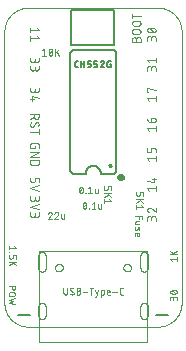
<source format=gto>
G04 EAGLE Gerber RS-274X export*
G75*
%MOMM*%
%FSLAX34Y34*%
%LPD*%
%INSilk top*%
%IPPOS*%
%AMOC8*
5,1,8,0,0,1.08239X$1,22.5*%
G01*
%ADD10C,0.000000*%
%ADD11C,0.050800*%
%ADD12C,0.203200*%
%ADD13C,0.127000*%
%ADD14C,0.101600*%

G36*
X99520Y123330D02*
X99520Y123330D01*
X99522Y123332D01*
X99523Y123331D01*
X100194Y123566D01*
X100195Y123567D01*
X100196Y123567D01*
X100798Y123945D01*
X100799Y123947D01*
X100801Y123947D01*
X101303Y124449D01*
X101303Y124451D01*
X101305Y124452D01*
X101683Y125054D01*
X101683Y125055D01*
X101684Y125056D01*
X101919Y125727D01*
X101919Y125729D01*
X101920Y125730D01*
X101999Y126436D01*
X101999Y126437D01*
X101998Y126438D01*
X101999Y126439D01*
X101920Y127145D01*
X101918Y127147D01*
X101919Y127148D01*
X101684Y127819D01*
X101683Y127820D01*
X101683Y127821D01*
X101305Y128423D01*
X101303Y128424D01*
X101303Y128426D01*
X100801Y128928D01*
X100799Y128928D01*
X100798Y128930D01*
X100196Y129308D01*
X100195Y129308D01*
X100194Y129309D01*
X99523Y129544D01*
X99521Y129544D01*
X99520Y129545D01*
X98814Y129624D01*
X98812Y129623D01*
X98811Y129624D01*
X98105Y129545D01*
X98103Y129543D01*
X98102Y129544D01*
X97431Y129309D01*
X97430Y129308D01*
X97429Y129308D01*
X96827Y128930D01*
X96826Y128928D01*
X96824Y128928D01*
X96322Y128426D01*
X96322Y128424D01*
X96320Y128423D01*
X95942Y127821D01*
X95942Y127820D01*
X95941Y127819D01*
X95706Y127148D01*
X95707Y127146D01*
X95705Y127145D01*
X95626Y126439D01*
X95627Y126437D01*
X95626Y126436D01*
X95705Y125730D01*
X95707Y125728D01*
X95706Y125727D01*
X95941Y125056D01*
X95942Y125055D01*
X95942Y125054D01*
X96320Y124452D01*
X96322Y124451D01*
X96322Y124449D01*
X96824Y123947D01*
X96826Y123947D01*
X96827Y123945D01*
X97429Y123567D01*
X97430Y123567D01*
X97431Y123566D01*
X98102Y123331D01*
X98104Y123332D01*
X98105Y123330D01*
X98811Y123251D01*
X98813Y123252D01*
X98814Y123251D01*
X99520Y123330D01*
G37*
D10*
X20000Y0D02*
X130000Y0D01*
X130483Y6D01*
X130966Y23D01*
X131449Y53D01*
X131930Y93D01*
X132411Y146D01*
X132890Y210D01*
X133367Y285D01*
X133843Y373D01*
X134316Y471D01*
X134786Y581D01*
X135254Y702D01*
X135719Y835D01*
X136180Y979D01*
X136638Y1134D01*
X137092Y1300D01*
X137542Y1477D01*
X137987Y1664D01*
X138428Y1863D01*
X138864Y2071D01*
X139294Y2291D01*
X139720Y2521D01*
X140139Y2761D01*
X140553Y3011D01*
X140960Y3271D01*
X141361Y3540D01*
X141756Y3820D01*
X142143Y4108D01*
X142524Y4407D01*
X142897Y4714D01*
X143262Y5030D01*
X143620Y5355D01*
X143970Y5688D01*
X144312Y6030D01*
X144645Y6380D01*
X144970Y6738D01*
X145286Y7103D01*
X145593Y7476D01*
X145892Y7857D01*
X146180Y8244D01*
X146460Y8639D01*
X146729Y9040D01*
X146989Y9447D01*
X147239Y9861D01*
X147479Y10280D01*
X147709Y10706D01*
X147929Y11136D01*
X148137Y11572D01*
X148336Y12013D01*
X148523Y12458D01*
X148700Y12908D01*
X148866Y13362D01*
X149021Y13820D01*
X149165Y14281D01*
X149298Y14746D01*
X149419Y15214D01*
X149529Y15684D01*
X149627Y16157D01*
X149715Y16633D01*
X149790Y17110D01*
X149854Y17589D01*
X149907Y18070D01*
X149947Y18551D01*
X149977Y19034D01*
X149994Y19517D01*
X150000Y20000D01*
X150000Y250000D01*
X149994Y250483D01*
X149977Y250966D01*
X149947Y251449D01*
X149907Y251930D01*
X149854Y252411D01*
X149790Y252890D01*
X149715Y253367D01*
X149627Y253843D01*
X149529Y254316D01*
X149419Y254786D01*
X149298Y255254D01*
X149165Y255719D01*
X149021Y256180D01*
X148866Y256638D01*
X148700Y257092D01*
X148523Y257542D01*
X148336Y257987D01*
X148137Y258428D01*
X147929Y258864D01*
X147709Y259294D01*
X147479Y259720D01*
X147239Y260139D01*
X146989Y260553D01*
X146729Y260960D01*
X146460Y261361D01*
X146180Y261756D01*
X145892Y262143D01*
X145593Y262524D01*
X145286Y262897D01*
X144970Y263262D01*
X144645Y263620D01*
X144312Y263970D01*
X143970Y264312D01*
X143620Y264645D01*
X143262Y264970D01*
X142897Y265286D01*
X142524Y265593D01*
X142143Y265892D01*
X141756Y266180D01*
X141361Y266460D01*
X140960Y266729D01*
X140553Y266989D01*
X140139Y267239D01*
X139720Y267479D01*
X139294Y267709D01*
X138864Y267929D01*
X138428Y268137D01*
X137987Y268336D01*
X137542Y268523D01*
X137092Y268700D01*
X136638Y268866D01*
X136180Y269021D01*
X135719Y269165D01*
X135254Y269298D01*
X134786Y269419D01*
X134316Y269529D01*
X133843Y269627D01*
X133367Y269715D01*
X132890Y269790D01*
X132411Y269854D01*
X131930Y269907D01*
X131449Y269947D01*
X130966Y269977D01*
X130483Y269994D01*
X130000Y270000D01*
X20000Y270000D01*
X19517Y269994D01*
X19034Y269977D01*
X18551Y269947D01*
X18070Y269907D01*
X17589Y269854D01*
X17110Y269790D01*
X16633Y269715D01*
X16157Y269627D01*
X15684Y269529D01*
X15214Y269419D01*
X14746Y269298D01*
X14281Y269165D01*
X13820Y269021D01*
X13362Y268866D01*
X12908Y268700D01*
X12458Y268523D01*
X12013Y268336D01*
X11572Y268137D01*
X11136Y267929D01*
X10706Y267709D01*
X10280Y267479D01*
X9861Y267239D01*
X9447Y266989D01*
X9040Y266729D01*
X8639Y266460D01*
X8244Y266180D01*
X7857Y265892D01*
X7476Y265593D01*
X7103Y265286D01*
X6738Y264970D01*
X6380Y264645D01*
X6030Y264312D01*
X5688Y263970D01*
X5355Y263620D01*
X5030Y263262D01*
X4714Y262897D01*
X4407Y262524D01*
X4108Y262143D01*
X3820Y261756D01*
X3540Y261361D01*
X3271Y260960D01*
X3011Y260553D01*
X2761Y260139D01*
X2521Y259720D01*
X2291Y259294D01*
X2071Y258864D01*
X1863Y258428D01*
X1664Y257987D01*
X1477Y257542D01*
X1300Y257092D01*
X1134Y256638D01*
X979Y256180D01*
X835Y255719D01*
X702Y255254D01*
X581Y254786D01*
X471Y254316D01*
X373Y253843D01*
X285Y253367D01*
X210Y252890D01*
X146Y252411D01*
X93Y251930D01*
X53Y251449D01*
X23Y250966D01*
X6Y250483D01*
X0Y250000D01*
X0Y20000D01*
X6Y19517D01*
X23Y19034D01*
X53Y18551D01*
X93Y18070D01*
X146Y17589D01*
X210Y17110D01*
X285Y16633D01*
X373Y16157D01*
X471Y15684D01*
X581Y15214D01*
X702Y14746D01*
X835Y14281D01*
X979Y13820D01*
X1134Y13362D01*
X1300Y12908D01*
X1477Y12458D01*
X1664Y12013D01*
X1863Y11572D01*
X2071Y11136D01*
X2291Y10706D01*
X2521Y10280D01*
X2761Y9861D01*
X3011Y9447D01*
X3271Y9040D01*
X3540Y8639D01*
X3820Y8244D01*
X4108Y7857D01*
X4407Y7476D01*
X4714Y7103D01*
X5030Y6738D01*
X5355Y6380D01*
X5688Y6030D01*
X6030Y5688D01*
X6380Y5355D01*
X6738Y5030D01*
X7103Y4714D01*
X7476Y4407D01*
X7857Y4108D01*
X8244Y3820D01*
X8639Y3540D01*
X9040Y3271D01*
X9447Y3011D01*
X9861Y2761D01*
X10280Y2521D01*
X10706Y2291D01*
X11136Y2071D01*
X11572Y1863D01*
X12013Y1664D01*
X12458Y1477D01*
X12908Y1300D01*
X13362Y1134D01*
X13820Y979D01*
X14281Y835D01*
X14746Y702D01*
X15214Y581D01*
X15684Y471D01*
X16157Y373D01*
X16633Y285D01*
X17110Y210D01*
X17589Y146D01*
X18070Y93D01*
X18551Y53D01*
X19034Y23D01*
X19517Y6D01*
X20000Y0D01*
D11*
X28956Y251079D02*
X27376Y253055D01*
X28956Y251079D02*
X21844Y251079D01*
X21844Y253055D02*
X21844Y249103D01*
X27376Y246197D02*
X28956Y244221D01*
X21844Y244221D01*
X21844Y246197D02*
X21844Y242245D01*
X21844Y227655D02*
X21844Y225679D01*
X21846Y225592D01*
X21852Y225504D01*
X21861Y225417D01*
X21875Y225331D01*
X21892Y225245D01*
X21913Y225161D01*
X21938Y225077D01*
X21967Y224994D01*
X21999Y224913D01*
X22034Y224833D01*
X22073Y224755D01*
X22116Y224678D01*
X22162Y224604D01*
X22211Y224532D01*
X22263Y224462D01*
X22319Y224394D01*
X22377Y224329D01*
X22438Y224266D01*
X22502Y224207D01*
X22569Y224150D01*
X22637Y224096D01*
X22709Y224045D01*
X22782Y223998D01*
X22857Y223953D01*
X22935Y223912D01*
X23014Y223875D01*
X23094Y223841D01*
X23176Y223811D01*
X23259Y223784D01*
X23344Y223761D01*
X23429Y223742D01*
X23515Y223727D01*
X23602Y223715D01*
X23689Y223707D01*
X23776Y223703D01*
X23864Y223703D01*
X23951Y223707D01*
X24038Y223715D01*
X24125Y223727D01*
X24211Y223742D01*
X24296Y223761D01*
X24381Y223784D01*
X24464Y223811D01*
X24546Y223841D01*
X24626Y223875D01*
X24705Y223912D01*
X24783Y223953D01*
X24858Y223998D01*
X24931Y224045D01*
X25003Y224096D01*
X25071Y224150D01*
X25138Y224207D01*
X25202Y224266D01*
X25263Y224329D01*
X25321Y224394D01*
X25377Y224462D01*
X25429Y224532D01*
X25478Y224604D01*
X25524Y224678D01*
X25567Y224755D01*
X25606Y224833D01*
X25641Y224913D01*
X25673Y224994D01*
X25702Y225077D01*
X25727Y225161D01*
X25748Y225245D01*
X25765Y225331D01*
X25779Y225417D01*
X25788Y225504D01*
X25794Y225592D01*
X25796Y225679D01*
X28956Y225284D02*
X28956Y227655D01*
X28956Y225284D02*
X28954Y225205D01*
X28948Y225127D01*
X28938Y225049D01*
X28925Y224971D01*
X28907Y224894D01*
X28886Y224818D01*
X28861Y224744D01*
X28832Y224670D01*
X28800Y224598D01*
X28764Y224528D01*
X28724Y224460D01*
X28681Y224394D01*
X28635Y224330D01*
X28586Y224268D01*
X28534Y224209D01*
X28479Y224153D01*
X28421Y224099D01*
X28361Y224049D01*
X28298Y224001D01*
X28233Y223957D01*
X28166Y223916D01*
X28097Y223878D01*
X28026Y223844D01*
X27953Y223813D01*
X27879Y223786D01*
X27804Y223763D01*
X27728Y223744D01*
X27650Y223728D01*
X27572Y223716D01*
X27494Y223708D01*
X27415Y223704D01*
X27337Y223704D01*
X27258Y223708D01*
X27180Y223716D01*
X27102Y223728D01*
X27024Y223744D01*
X26948Y223763D01*
X26873Y223786D01*
X26799Y223813D01*
X26726Y223844D01*
X26655Y223878D01*
X26586Y223916D01*
X26519Y223957D01*
X26454Y224001D01*
X26391Y224049D01*
X26331Y224099D01*
X26273Y224153D01*
X26218Y224209D01*
X26166Y224268D01*
X26117Y224330D01*
X26071Y224394D01*
X26028Y224460D01*
X25988Y224528D01*
X25952Y224598D01*
X25920Y224670D01*
X25891Y224744D01*
X25866Y224818D01*
X25845Y224894D01*
X25827Y224971D01*
X25814Y225049D01*
X25804Y225127D01*
X25798Y225205D01*
X25796Y225284D01*
X25795Y225284D02*
X25795Y226864D01*
X21844Y220797D02*
X21844Y218821D01*
X21846Y218734D01*
X21852Y218646D01*
X21861Y218559D01*
X21875Y218473D01*
X21892Y218387D01*
X21913Y218303D01*
X21938Y218219D01*
X21967Y218136D01*
X21999Y218055D01*
X22034Y217975D01*
X22073Y217897D01*
X22116Y217820D01*
X22162Y217746D01*
X22211Y217674D01*
X22263Y217604D01*
X22319Y217536D01*
X22377Y217471D01*
X22438Y217408D01*
X22502Y217349D01*
X22569Y217292D01*
X22637Y217238D01*
X22709Y217187D01*
X22782Y217140D01*
X22857Y217095D01*
X22935Y217054D01*
X23014Y217017D01*
X23094Y216983D01*
X23176Y216953D01*
X23259Y216926D01*
X23344Y216903D01*
X23429Y216884D01*
X23515Y216869D01*
X23602Y216857D01*
X23689Y216849D01*
X23776Y216845D01*
X23864Y216845D01*
X23951Y216849D01*
X24038Y216857D01*
X24125Y216869D01*
X24211Y216884D01*
X24296Y216903D01*
X24381Y216926D01*
X24464Y216953D01*
X24546Y216983D01*
X24626Y217017D01*
X24705Y217054D01*
X24783Y217095D01*
X24858Y217140D01*
X24931Y217187D01*
X25003Y217238D01*
X25071Y217292D01*
X25138Y217349D01*
X25202Y217408D01*
X25263Y217471D01*
X25321Y217536D01*
X25377Y217604D01*
X25429Y217674D01*
X25478Y217746D01*
X25524Y217820D01*
X25567Y217897D01*
X25606Y217975D01*
X25641Y218055D01*
X25673Y218136D01*
X25702Y218219D01*
X25727Y218303D01*
X25748Y218387D01*
X25765Y218473D01*
X25779Y218559D01*
X25788Y218646D01*
X25794Y218734D01*
X25796Y218821D01*
X28956Y218426D02*
X28956Y220797D01*
X28956Y218426D02*
X28954Y218347D01*
X28948Y218269D01*
X28938Y218191D01*
X28925Y218113D01*
X28907Y218036D01*
X28886Y217960D01*
X28861Y217886D01*
X28832Y217812D01*
X28800Y217740D01*
X28764Y217670D01*
X28724Y217602D01*
X28681Y217536D01*
X28635Y217472D01*
X28586Y217410D01*
X28534Y217351D01*
X28479Y217295D01*
X28421Y217241D01*
X28361Y217191D01*
X28298Y217143D01*
X28233Y217099D01*
X28166Y217058D01*
X28097Y217020D01*
X28026Y216986D01*
X27953Y216955D01*
X27879Y216928D01*
X27804Y216905D01*
X27728Y216886D01*
X27650Y216870D01*
X27572Y216858D01*
X27494Y216850D01*
X27415Y216846D01*
X27337Y216846D01*
X27258Y216850D01*
X27180Y216858D01*
X27102Y216870D01*
X27024Y216886D01*
X26948Y216905D01*
X26873Y216928D01*
X26799Y216955D01*
X26726Y216986D01*
X26655Y217020D01*
X26586Y217058D01*
X26519Y217099D01*
X26454Y217143D01*
X26391Y217191D01*
X26331Y217241D01*
X26273Y217295D01*
X26218Y217351D01*
X26166Y217410D01*
X26117Y217472D01*
X26071Y217536D01*
X26028Y217602D01*
X25988Y217670D01*
X25952Y217740D01*
X25920Y217812D01*
X25891Y217886D01*
X25866Y217960D01*
X25845Y218036D01*
X25827Y218113D01*
X25814Y218191D01*
X25804Y218269D01*
X25798Y218347D01*
X25796Y218426D01*
X25795Y218426D02*
X25795Y220006D01*
X21844Y202255D02*
X21844Y200279D01*
X21846Y200192D01*
X21852Y200104D01*
X21861Y200017D01*
X21875Y199931D01*
X21892Y199845D01*
X21913Y199761D01*
X21938Y199677D01*
X21967Y199594D01*
X21999Y199513D01*
X22034Y199433D01*
X22073Y199355D01*
X22116Y199278D01*
X22162Y199204D01*
X22211Y199132D01*
X22263Y199062D01*
X22319Y198994D01*
X22377Y198929D01*
X22438Y198866D01*
X22502Y198807D01*
X22569Y198750D01*
X22637Y198696D01*
X22709Y198645D01*
X22782Y198598D01*
X22857Y198553D01*
X22935Y198512D01*
X23014Y198475D01*
X23094Y198441D01*
X23176Y198411D01*
X23259Y198384D01*
X23344Y198361D01*
X23429Y198342D01*
X23515Y198327D01*
X23602Y198315D01*
X23689Y198307D01*
X23776Y198303D01*
X23864Y198303D01*
X23951Y198307D01*
X24038Y198315D01*
X24125Y198327D01*
X24211Y198342D01*
X24296Y198361D01*
X24381Y198384D01*
X24464Y198411D01*
X24546Y198441D01*
X24626Y198475D01*
X24705Y198512D01*
X24783Y198553D01*
X24858Y198598D01*
X24931Y198645D01*
X25003Y198696D01*
X25071Y198750D01*
X25138Y198807D01*
X25202Y198866D01*
X25263Y198929D01*
X25321Y198994D01*
X25377Y199062D01*
X25429Y199132D01*
X25478Y199204D01*
X25524Y199278D01*
X25567Y199355D01*
X25606Y199433D01*
X25641Y199513D01*
X25673Y199594D01*
X25702Y199677D01*
X25727Y199761D01*
X25748Y199845D01*
X25765Y199931D01*
X25779Y200017D01*
X25788Y200104D01*
X25794Y200192D01*
X25796Y200279D01*
X28956Y199884D02*
X28956Y202255D01*
X28956Y199884D02*
X28954Y199805D01*
X28948Y199727D01*
X28938Y199649D01*
X28925Y199571D01*
X28907Y199494D01*
X28886Y199418D01*
X28861Y199344D01*
X28832Y199270D01*
X28800Y199198D01*
X28764Y199128D01*
X28724Y199060D01*
X28681Y198994D01*
X28635Y198930D01*
X28586Y198868D01*
X28534Y198809D01*
X28479Y198753D01*
X28421Y198699D01*
X28361Y198649D01*
X28298Y198601D01*
X28233Y198557D01*
X28166Y198516D01*
X28097Y198478D01*
X28026Y198444D01*
X27953Y198413D01*
X27879Y198386D01*
X27804Y198363D01*
X27728Y198344D01*
X27650Y198328D01*
X27572Y198316D01*
X27494Y198308D01*
X27415Y198304D01*
X27337Y198304D01*
X27258Y198308D01*
X27180Y198316D01*
X27102Y198328D01*
X27024Y198344D01*
X26948Y198363D01*
X26873Y198386D01*
X26799Y198413D01*
X26726Y198444D01*
X26655Y198478D01*
X26586Y198516D01*
X26519Y198557D01*
X26454Y198601D01*
X26391Y198649D01*
X26331Y198699D01*
X26273Y198753D01*
X26218Y198809D01*
X26166Y198868D01*
X26117Y198930D01*
X26071Y198994D01*
X26028Y199060D01*
X25988Y199128D01*
X25952Y199198D01*
X25920Y199270D01*
X25891Y199344D01*
X25866Y199418D01*
X25845Y199494D01*
X25827Y199571D01*
X25814Y199649D01*
X25804Y199727D01*
X25798Y199805D01*
X25796Y199884D01*
X25795Y199884D02*
X25795Y201464D01*
X23424Y195397D02*
X28956Y193816D01*
X23424Y195397D02*
X23424Y191445D01*
X21844Y192631D02*
X25005Y192631D01*
X21844Y179806D02*
X28956Y179806D01*
X28956Y177831D01*
X28954Y177744D01*
X28948Y177656D01*
X28939Y177569D01*
X28925Y177483D01*
X28908Y177397D01*
X28887Y177313D01*
X28862Y177229D01*
X28833Y177146D01*
X28801Y177065D01*
X28766Y176985D01*
X28727Y176907D01*
X28684Y176830D01*
X28638Y176756D01*
X28589Y176684D01*
X28537Y176614D01*
X28481Y176546D01*
X28423Y176481D01*
X28362Y176418D01*
X28298Y176359D01*
X28231Y176302D01*
X28163Y176248D01*
X28091Y176197D01*
X28018Y176150D01*
X27943Y176105D01*
X27865Y176064D01*
X27786Y176027D01*
X27706Y175993D01*
X27624Y175963D01*
X27541Y175936D01*
X27456Y175913D01*
X27371Y175894D01*
X27285Y175879D01*
X27198Y175867D01*
X27111Y175859D01*
X27024Y175855D01*
X26936Y175855D01*
X26849Y175859D01*
X26762Y175867D01*
X26675Y175879D01*
X26589Y175894D01*
X26504Y175913D01*
X26419Y175936D01*
X26336Y175963D01*
X26254Y175993D01*
X26174Y176027D01*
X26095Y176064D01*
X26017Y176105D01*
X25942Y176150D01*
X25869Y176197D01*
X25797Y176248D01*
X25729Y176302D01*
X25662Y176359D01*
X25598Y176418D01*
X25537Y176481D01*
X25479Y176546D01*
X25423Y176614D01*
X25371Y176684D01*
X25322Y176756D01*
X25276Y176830D01*
X25233Y176907D01*
X25194Y176985D01*
X25159Y177065D01*
X25127Y177146D01*
X25098Y177229D01*
X25073Y177313D01*
X25052Y177397D01*
X25035Y177483D01*
X25021Y177569D01*
X25012Y177656D01*
X25006Y177744D01*
X25004Y177831D01*
X25005Y177831D02*
X25005Y179806D01*
X25005Y177435D02*
X21844Y175855D01*
X21844Y170847D02*
X21846Y170769D01*
X21852Y170692D01*
X21861Y170615D01*
X21874Y170539D01*
X21891Y170463D01*
X21912Y170388D01*
X21936Y170315D01*
X21964Y170242D01*
X21996Y170171D01*
X22031Y170102D01*
X22069Y170035D01*
X22110Y169969D01*
X22155Y169906D01*
X22203Y169845D01*
X22253Y169786D01*
X22307Y169730D01*
X22363Y169676D01*
X22422Y169626D01*
X22483Y169578D01*
X22546Y169533D01*
X22612Y169492D01*
X22679Y169454D01*
X22748Y169419D01*
X22819Y169387D01*
X22892Y169359D01*
X22965Y169335D01*
X23040Y169314D01*
X23116Y169297D01*
X23192Y169284D01*
X23269Y169275D01*
X23346Y169269D01*
X23424Y169267D01*
X21844Y170847D02*
X21846Y170962D01*
X21852Y171076D01*
X21862Y171190D01*
X21875Y171304D01*
X21893Y171417D01*
X21915Y171530D01*
X21940Y171642D01*
X21969Y171753D01*
X22002Y171862D01*
X22039Y171971D01*
X22079Y172078D01*
X22123Y172184D01*
X22171Y172288D01*
X22222Y172391D01*
X22277Y172491D01*
X22335Y172590D01*
X22397Y172687D01*
X22461Y172781D01*
X22529Y172874D01*
X22601Y172964D01*
X22675Y173051D01*
X22752Y173136D01*
X22832Y173218D01*
X27376Y173019D02*
X27454Y173017D01*
X27531Y173011D01*
X27608Y173002D01*
X27684Y172989D01*
X27760Y172972D01*
X27835Y172951D01*
X27908Y172927D01*
X27981Y172899D01*
X28052Y172867D01*
X28121Y172832D01*
X28188Y172794D01*
X28254Y172753D01*
X28317Y172708D01*
X28378Y172660D01*
X28437Y172610D01*
X28493Y172556D01*
X28547Y172500D01*
X28597Y172441D01*
X28645Y172380D01*
X28690Y172317D01*
X28731Y172251D01*
X28769Y172184D01*
X28804Y172115D01*
X28836Y172044D01*
X28864Y171971D01*
X28888Y171898D01*
X28909Y171823D01*
X28926Y171747D01*
X28939Y171671D01*
X28948Y171594D01*
X28954Y171517D01*
X28956Y171439D01*
X28954Y171333D01*
X28948Y171227D01*
X28939Y171122D01*
X28926Y171017D01*
X28909Y170912D01*
X28888Y170808D01*
X28864Y170705D01*
X28836Y170603D01*
X28804Y170502D01*
X28769Y170402D01*
X28730Y170304D01*
X28687Y170206D01*
X28642Y170111D01*
X28593Y170017D01*
X28540Y169925D01*
X28484Y169835D01*
X28425Y169747D01*
X28363Y169661D01*
X25993Y172230D02*
X26035Y172297D01*
X26080Y172362D01*
X26129Y172425D01*
X26180Y172486D01*
X26235Y172543D01*
X26292Y172598D01*
X26352Y172651D01*
X26414Y172700D01*
X26479Y172746D01*
X26545Y172788D01*
X26614Y172828D01*
X26685Y172864D01*
X26758Y172896D01*
X26832Y172925D01*
X26907Y172950D01*
X26983Y172971D01*
X27061Y172989D01*
X27139Y173002D01*
X27218Y173012D01*
X27297Y173018D01*
X27376Y173020D01*
X24807Y170056D02*
X24765Y169989D01*
X24720Y169924D01*
X24671Y169861D01*
X24620Y169800D01*
X24565Y169743D01*
X24508Y169688D01*
X24448Y169635D01*
X24386Y169586D01*
X24321Y169540D01*
X24255Y169498D01*
X24186Y169458D01*
X24115Y169422D01*
X24042Y169390D01*
X23968Y169361D01*
X23893Y169336D01*
X23817Y169315D01*
X23739Y169297D01*
X23661Y169284D01*
X23582Y169274D01*
X23503Y169268D01*
X23424Y169266D01*
X24807Y170056D02*
X25993Y172229D01*
X28956Y165069D02*
X21844Y165069D01*
X28956Y167045D02*
X28956Y163094D01*
X25795Y152575D02*
X25795Y151390D01*
X21844Y151390D01*
X21844Y153760D01*
X21846Y153838D01*
X21852Y153915D01*
X21861Y153992D01*
X21874Y154068D01*
X21891Y154144D01*
X21912Y154219D01*
X21936Y154292D01*
X21964Y154365D01*
X21996Y154436D01*
X22031Y154505D01*
X22069Y154572D01*
X22110Y154638D01*
X22155Y154701D01*
X22203Y154762D01*
X22253Y154821D01*
X22307Y154877D01*
X22363Y154931D01*
X22422Y154981D01*
X22483Y155029D01*
X22546Y155074D01*
X22612Y155115D01*
X22679Y155153D01*
X22748Y155188D01*
X22819Y155220D01*
X22892Y155248D01*
X22965Y155272D01*
X23040Y155293D01*
X23116Y155310D01*
X23192Y155323D01*
X23269Y155332D01*
X23346Y155338D01*
X23424Y155340D01*
X23424Y155341D02*
X27376Y155341D01*
X27376Y155340D02*
X27454Y155338D01*
X27531Y155332D01*
X27608Y155323D01*
X27684Y155310D01*
X27760Y155293D01*
X27835Y155272D01*
X27908Y155248D01*
X27981Y155220D01*
X28052Y155188D01*
X28121Y155153D01*
X28188Y155115D01*
X28254Y155074D01*
X28317Y155029D01*
X28378Y154981D01*
X28437Y154931D01*
X28493Y154877D01*
X28547Y154821D01*
X28597Y154762D01*
X28645Y154701D01*
X28690Y154638D01*
X28731Y154572D01*
X28769Y154505D01*
X28804Y154436D01*
X28836Y154365D01*
X28864Y154292D01*
X28888Y154219D01*
X28909Y154144D01*
X28926Y154068D01*
X28939Y153992D01*
X28948Y153915D01*
X28954Y153838D01*
X28956Y153760D01*
X28956Y151390D01*
X28956Y148026D02*
X21844Y148026D01*
X21844Y144074D02*
X28956Y148026D01*
X28956Y144074D02*
X21844Y144074D01*
X21844Y140710D02*
X28956Y140710D01*
X28956Y138735D01*
X28954Y138649D01*
X28948Y138563D01*
X28939Y138477D01*
X28926Y138392D01*
X28909Y138307D01*
X28889Y138224D01*
X28865Y138141D01*
X28837Y138059D01*
X28806Y137979D01*
X28771Y137900D01*
X28733Y137823D01*
X28691Y137747D01*
X28647Y137673D01*
X28599Y137602D01*
X28548Y137532D01*
X28494Y137465D01*
X28437Y137400D01*
X28377Y137338D01*
X28315Y137278D01*
X28250Y137221D01*
X28183Y137167D01*
X28113Y137116D01*
X28042Y137068D01*
X27968Y137024D01*
X27892Y136982D01*
X27815Y136944D01*
X27736Y136909D01*
X27656Y136878D01*
X27574Y136850D01*
X27491Y136826D01*
X27408Y136806D01*
X27323Y136789D01*
X27238Y136776D01*
X27152Y136767D01*
X27066Y136761D01*
X26980Y136759D01*
X23820Y136759D01*
X23734Y136761D01*
X23648Y136767D01*
X23562Y136776D01*
X23477Y136789D01*
X23392Y136806D01*
X23309Y136826D01*
X23226Y136850D01*
X23144Y136878D01*
X23064Y136909D01*
X22985Y136944D01*
X22908Y136982D01*
X22832Y137024D01*
X22758Y137068D01*
X22687Y137116D01*
X22617Y137167D01*
X22550Y137221D01*
X22485Y137278D01*
X22423Y137338D01*
X22363Y137400D01*
X22306Y137465D01*
X22252Y137532D01*
X22201Y137602D01*
X22153Y137673D01*
X22109Y137747D01*
X22067Y137823D01*
X22029Y137900D01*
X21994Y137979D01*
X21963Y138059D01*
X21935Y138141D01*
X21911Y138224D01*
X21891Y138307D01*
X21874Y138392D01*
X21861Y138477D01*
X21852Y138563D01*
X21846Y138649D01*
X21844Y138735D01*
X21844Y140710D01*
X21844Y126252D02*
X21844Y123881D01*
X21846Y123803D01*
X21852Y123726D01*
X21861Y123649D01*
X21874Y123573D01*
X21891Y123497D01*
X21912Y123422D01*
X21936Y123349D01*
X21964Y123276D01*
X21996Y123205D01*
X22031Y123136D01*
X22069Y123069D01*
X22110Y123003D01*
X22155Y122940D01*
X22203Y122879D01*
X22253Y122820D01*
X22307Y122764D01*
X22363Y122710D01*
X22422Y122660D01*
X22483Y122612D01*
X22546Y122567D01*
X22612Y122526D01*
X22679Y122488D01*
X22748Y122453D01*
X22819Y122421D01*
X22892Y122393D01*
X22965Y122369D01*
X23040Y122348D01*
X23116Y122331D01*
X23192Y122318D01*
X23269Y122309D01*
X23346Y122303D01*
X23424Y122301D01*
X24215Y122301D01*
X24293Y122303D01*
X24370Y122309D01*
X24447Y122318D01*
X24523Y122331D01*
X24599Y122348D01*
X24674Y122369D01*
X24747Y122393D01*
X24820Y122421D01*
X24891Y122453D01*
X24960Y122488D01*
X25027Y122526D01*
X25093Y122567D01*
X25156Y122612D01*
X25217Y122660D01*
X25276Y122710D01*
X25332Y122764D01*
X25386Y122820D01*
X25436Y122879D01*
X25484Y122940D01*
X25529Y123003D01*
X25570Y123069D01*
X25608Y123136D01*
X25643Y123205D01*
X25675Y123276D01*
X25703Y123349D01*
X25727Y123422D01*
X25748Y123497D01*
X25765Y123573D01*
X25778Y123649D01*
X25787Y123726D01*
X25793Y123803D01*
X25795Y123881D01*
X25795Y126252D01*
X28956Y126252D01*
X28956Y122301D01*
X28956Y119789D02*
X21844Y117419D01*
X28956Y115048D01*
X84328Y116936D02*
X84328Y118799D01*
X84328Y116936D02*
X84330Y116866D01*
X84336Y116797D01*
X84346Y116728D01*
X84359Y116660D01*
X84377Y116592D01*
X84398Y116526D01*
X84423Y116461D01*
X84451Y116397D01*
X84483Y116335D01*
X84518Y116275D01*
X84557Y116217D01*
X84599Y116162D01*
X84644Y116108D01*
X84692Y116058D01*
X84742Y116010D01*
X84796Y115965D01*
X84851Y115923D01*
X84909Y115884D01*
X84969Y115849D01*
X85031Y115817D01*
X85095Y115789D01*
X85160Y115764D01*
X85226Y115743D01*
X85294Y115725D01*
X85362Y115712D01*
X85431Y115702D01*
X85500Y115696D01*
X85570Y115694D01*
X86191Y115694D01*
X86261Y115696D01*
X86330Y115702D01*
X86399Y115712D01*
X86467Y115725D01*
X86535Y115743D01*
X86601Y115764D01*
X86666Y115789D01*
X86730Y115817D01*
X86792Y115849D01*
X86852Y115884D01*
X86910Y115923D01*
X86965Y115965D01*
X87019Y116010D01*
X87069Y116058D01*
X87117Y116108D01*
X87162Y116162D01*
X87204Y116217D01*
X87243Y116275D01*
X87278Y116335D01*
X87310Y116397D01*
X87338Y116461D01*
X87363Y116526D01*
X87384Y116592D01*
X87402Y116660D01*
X87415Y116728D01*
X87425Y116797D01*
X87431Y116866D01*
X87433Y116936D01*
X87432Y116936D02*
X87432Y118799D01*
X89916Y118799D01*
X89916Y115694D01*
X89916Y113046D02*
X84328Y113046D01*
X86501Y113046D02*
X89916Y109942D01*
X87743Y111805D02*
X84328Y109942D01*
X88674Y107826D02*
X89916Y106274D01*
X84328Y106274D01*
X84328Y107826D02*
X84328Y104721D01*
X128016Y242245D02*
X128016Y244221D01*
X128014Y244308D01*
X128008Y244396D01*
X127999Y244483D01*
X127985Y244569D01*
X127968Y244655D01*
X127947Y244739D01*
X127922Y244823D01*
X127893Y244906D01*
X127861Y244987D01*
X127826Y245067D01*
X127787Y245145D01*
X127744Y245222D01*
X127698Y245296D01*
X127649Y245368D01*
X127597Y245438D01*
X127541Y245506D01*
X127483Y245571D01*
X127422Y245634D01*
X127358Y245693D01*
X127291Y245750D01*
X127223Y245804D01*
X127151Y245855D01*
X127078Y245902D01*
X127003Y245947D01*
X126925Y245988D01*
X126846Y246025D01*
X126766Y246059D01*
X126684Y246089D01*
X126601Y246116D01*
X126516Y246139D01*
X126431Y246158D01*
X126345Y246173D01*
X126258Y246185D01*
X126171Y246193D01*
X126084Y246197D01*
X125996Y246197D01*
X125909Y246193D01*
X125822Y246185D01*
X125735Y246173D01*
X125649Y246158D01*
X125564Y246139D01*
X125479Y246116D01*
X125396Y246089D01*
X125314Y246059D01*
X125234Y246025D01*
X125155Y245988D01*
X125077Y245947D01*
X125002Y245902D01*
X124929Y245855D01*
X124857Y245804D01*
X124789Y245750D01*
X124722Y245693D01*
X124658Y245634D01*
X124597Y245571D01*
X124539Y245506D01*
X124483Y245438D01*
X124431Y245368D01*
X124382Y245296D01*
X124336Y245222D01*
X124293Y245145D01*
X124254Y245067D01*
X124219Y244987D01*
X124187Y244906D01*
X124158Y244823D01*
X124133Y244739D01*
X124112Y244655D01*
X124095Y244569D01*
X124081Y244483D01*
X124072Y244396D01*
X124066Y244308D01*
X124064Y244221D01*
X120904Y244616D02*
X120904Y242245D01*
X120904Y244616D02*
X120906Y244695D01*
X120912Y244773D01*
X120922Y244851D01*
X120935Y244929D01*
X120953Y245006D01*
X120974Y245082D01*
X120999Y245156D01*
X121028Y245230D01*
X121060Y245302D01*
X121096Y245372D01*
X121136Y245440D01*
X121179Y245506D01*
X121225Y245570D01*
X121274Y245632D01*
X121326Y245691D01*
X121381Y245747D01*
X121439Y245801D01*
X121499Y245851D01*
X121562Y245899D01*
X121627Y245943D01*
X121694Y245984D01*
X121763Y246022D01*
X121834Y246056D01*
X121907Y246087D01*
X121981Y246114D01*
X122056Y246137D01*
X122132Y246156D01*
X122210Y246172D01*
X122288Y246184D01*
X122366Y246192D01*
X122445Y246196D01*
X122523Y246196D01*
X122602Y246192D01*
X122680Y246184D01*
X122758Y246172D01*
X122836Y246156D01*
X122912Y246137D01*
X122987Y246114D01*
X123061Y246087D01*
X123134Y246056D01*
X123205Y246022D01*
X123274Y245984D01*
X123341Y245943D01*
X123406Y245899D01*
X123469Y245851D01*
X123529Y245801D01*
X123587Y245747D01*
X123642Y245691D01*
X123694Y245632D01*
X123743Y245570D01*
X123789Y245506D01*
X123832Y245440D01*
X123872Y245372D01*
X123908Y245302D01*
X123940Y245230D01*
X123969Y245156D01*
X123994Y245082D01*
X124015Y245006D01*
X124033Y244929D01*
X124046Y244851D01*
X124056Y244773D01*
X124062Y244695D01*
X124064Y244616D01*
X124065Y244616D02*
X124065Y243036D01*
X124460Y249103D02*
X124312Y249105D01*
X124165Y249110D01*
X124017Y249120D01*
X123870Y249133D01*
X123723Y249149D01*
X123577Y249170D01*
X123432Y249194D01*
X123286Y249222D01*
X123142Y249253D01*
X122999Y249288D01*
X122856Y249327D01*
X122715Y249369D01*
X122574Y249415D01*
X122435Y249464D01*
X122297Y249517D01*
X122160Y249573D01*
X122025Y249633D01*
X121892Y249696D01*
X121821Y249722D01*
X121752Y249752D01*
X121684Y249786D01*
X121618Y249823D01*
X121554Y249863D01*
X121492Y249907D01*
X121433Y249953D01*
X121376Y250003D01*
X121322Y250056D01*
X121270Y250111D01*
X121222Y250169D01*
X121176Y250229D01*
X121134Y250292D01*
X121095Y250357D01*
X121059Y250423D01*
X121027Y250492D01*
X120999Y250561D01*
X120974Y250633D01*
X120953Y250705D01*
X120935Y250779D01*
X120922Y250853D01*
X120912Y250928D01*
X120906Y251003D01*
X120904Y251079D01*
X120906Y251155D01*
X120912Y251230D01*
X120922Y251305D01*
X120935Y251379D01*
X120953Y251453D01*
X120974Y251525D01*
X120999Y251597D01*
X121027Y251666D01*
X121059Y251735D01*
X121095Y251801D01*
X121134Y251866D01*
X121176Y251929D01*
X121222Y251989D01*
X121270Y252047D01*
X121322Y252102D01*
X121376Y252155D01*
X121433Y252205D01*
X121492Y252251D01*
X121554Y252295D01*
X121618Y252335D01*
X121684Y252372D01*
X121752Y252406D01*
X121821Y252436D01*
X121892Y252462D01*
X122025Y252525D01*
X122160Y252585D01*
X122297Y252641D01*
X122435Y252694D01*
X122574Y252743D01*
X122715Y252789D01*
X122856Y252831D01*
X122999Y252870D01*
X123142Y252905D01*
X123286Y252936D01*
X123432Y252964D01*
X123577Y252988D01*
X123723Y253009D01*
X123870Y253025D01*
X124017Y253038D01*
X124165Y253048D01*
X124312Y253053D01*
X124460Y253055D01*
X124460Y249103D02*
X124608Y249105D01*
X124755Y249110D01*
X124903Y249120D01*
X125050Y249133D01*
X125197Y249149D01*
X125343Y249170D01*
X125488Y249194D01*
X125634Y249222D01*
X125778Y249253D01*
X125921Y249288D01*
X126064Y249327D01*
X126205Y249369D01*
X126346Y249415D01*
X126485Y249464D01*
X126623Y249517D01*
X126760Y249573D01*
X126895Y249633D01*
X127028Y249696D01*
X127099Y249722D01*
X127168Y249752D01*
X127236Y249786D01*
X127302Y249823D01*
X127366Y249863D01*
X127428Y249907D01*
X127487Y249953D01*
X127544Y250003D01*
X127598Y250056D01*
X127650Y250111D01*
X127698Y250169D01*
X127744Y250229D01*
X127786Y250292D01*
X127825Y250357D01*
X127861Y250423D01*
X127893Y250492D01*
X127921Y250562D01*
X127946Y250633D01*
X127967Y250705D01*
X127985Y250779D01*
X127998Y250853D01*
X128008Y250928D01*
X128014Y251003D01*
X128016Y251079D01*
X127028Y252462D02*
X126895Y252525D01*
X126760Y252585D01*
X126623Y252641D01*
X126485Y252694D01*
X126346Y252743D01*
X126205Y252789D01*
X126064Y252831D01*
X125921Y252870D01*
X125778Y252905D01*
X125634Y252936D01*
X125488Y252964D01*
X125343Y252988D01*
X125197Y253009D01*
X125050Y253025D01*
X124903Y253038D01*
X124755Y253048D01*
X124608Y253053D01*
X124460Y253055D01*
X127028Y252462D02*
X127099Y252436D01*
X127168Y252406D01*
X127236Y252372D01*
X127302Y252335D01*
X127366Y252295D01*
X127428Y252251D01*
X127487Y252205D01*
X127544Y252155D01*
X127598Y252102D01*
X127650Y252047D01*
X127698Y251989D01*
X127744Y251929D01*
X127786Y251866D01*
X127825Y251801D01*
X127861Y251735D01*
X127893Y251666D01*
X127921Y251596D01*
X127946Y251525D01*
X127967Y251453D01*
X127985Y251379D01*
X127998Y251305D01*
X128008Y251230D01*
X128014Y251155D01*
X128016Y251079D01*
X126436Y249499D02*
X122484Y252659D01*
X128016Y218821D02*
X128016Y216845D01*
X128016Y218821D02*
X128014Y218908D01*
X128008Y218996D01*
X127999Y219083D01*
X127985Y219169D01*
X127968Y219255D01*
X127947Y219339D01*
X127922Y219423D01*
X127893Y219506D01*
X127861Y219587D01*
X127826Y219667D01*
X127787Y219745D01*
X127744Y219822D01*
X127698Y219896D01*
X127649Y219968D01*
X127597Y220038D01*
X127541Y220106D01*
X127483Y220171D01*
X127422Y220234D01*
X127358Y220293D01*
X127291Y220350D01*
X127223Y220404D01*
X127151Y220455D01*
X127078Y220502D01*
X127003Y220547D01*
X126925Y220588D01*
X126846Y220625D01*
X126766Y220659D01*
X126684Y220689D01*
X126601Y220716D01*
X126516Y220739D01*
X126431Y220758D01*
X126345Y220773D01*
X126258Y220785D01*
X126171Y220793D01*
X126084Y220797D01*
X125996Y220797D01*
X125909Y220793D01*
X125822Y220785D01*
X125735Y220773D01*
X125649Y220758D01*
X125564Y220739D01*
X125479Y220716D01*
X125396Y220689D01*
X125314Y220659D01*
X125234Y220625D01*
X125155Y220588D01*
X125077Y220547D01*
X125002Y220502D01*
X124929Y220455D01*
X124857Y220404D01*
X124789Y220350D01*
X124722Y220293D01*
X124658Y220234D01*
X124597Y220171D01*
X124539Y220106D01*
X124483Y220038D01*
X124431Y219968D01*
X124382Y219896D01*
X124336Y219822D01*
X124293Y219745D01*
X124254Y219667D01*
X124219Y219587D01*
X124187Y219506D01*
X124158Y219423D01*
X124133Y219339D01*
X124112Y219255D01*
X124095Y219169D01*
X124081Y219083D01*
X124072Y218996D01*
X124066Y218908D01*
X124064Y218821D01*
X120904Y219216D02*
X120904Y216845D01*
X120904Y219216D02*
X120906Y219295D01*
X120912Y219373D01*
X120922Y219451D01*
X120935Y219529D01*
X120953Y219606D01*
X120974Y219682D01*
X120999Y219756D01*
X121028Y219830D01*
X121060Y219902D01*
X121096Y219972D01*
X121136Y220040D01*
X121179Y220106D01*
X121225Y220170D01*
X121274Y220232D01*
X121326Y220291D01*
X121381Y220347D01*
X121439Y220401D01*
X121499Y220451D01*
X121562Y220499D01*
X121627Y220543D01*
X121694Y220584D01*
X121763Y220622D01*
X121834Y220656D01*
X121907Y220687D01*
X121981Y220714D01*
X122056Y220737D01*
X122132Y220756D01*
X122210Y220772D01*
X122288Y220784D01*
X122366Y220792D01*
X122445Y220796D01*
X122523Y220796D01*
X122602Y220792D01*
X122680Y220784D01*
X122758Y220772D01*
X122836Y220756D01*
X122912Y220737D01*
X122987Y220714D01*
X123061Y220687D01*
X123134Y220656D01*
X123205Y220622D01*
X123274Y220584D01*
X123341Y220543D01*
X123406Y220499D01*
X123469Y220451D01*
X123529Y220401D01*
X123587Y220347D01*
X123642Y220291D01*
X123694Y220232D01*
X123743Y220170D01*
X123789Y220106D01*
X123832Y220040D01*
X123872Y219972D01*
X123908Y219902D01*
X123940Y219830D01*
X123969Y219756D01*
X123994Y219682D01*
X124015Y219606D01*
X124033Y219529D01*
X124046Y219451D01*
X124056Y219373D01*
X124062Y219295D01*
X124064Y219216D01*
X124065Y219216D02*
X124065Y217636D01*
X122484Y223703D02*
X120904Y225679D01*
X128016Y225679D01*
X128016Y223703D02*
X128016Y227655D01*
X120904Y193421D02*
X122484Y191445D01*
X120904Y193421D02*
X128016Y193421D01*
X128016Y191445D02*
X128016Y195397D01*
X121694Y198303D02*
X120904Y198303D01*
X120904Y202255D01*
X128016Y200279D01*
X120904Y168021D02*
X122484Y166045D01*
X120904Y168021D02*
X128016Y168021D01*
X128016Y166045D02*
X128016Y169997D01*
X124065Y172903D02*
X124065Y175274D01*
X124067Y175352D01*
X124073Y175429D01*
X124082Y175506D01*
X124095Y175582D01*
X124112Y175658D01*
X124133Y175733D01*
X124157Y175806D01*
X124185Y175879D01*
X124217Y175950D01*
X124252Y176019D01*
X124290Y176086D01*
X124331Y176152D01*
X124376Y176215D01*
X124424Y176276D01*
X124474Y176335D01*
X124528Y176391D01*
X124584Y176445D01*
X124643Y176495D01*
X124704Y176543D01*
X124767Y176588D01*
X124833Y176629D01*
X124900Y176667D01*
X124969Y176702D01*
X125040Y176734D01*
X125113Y176762D01*
X125186Y176786D01*
X125261Y176807D01*
X125337Y176824D01*
X125413Y176837D01*
X125490Y176846D01*
X125567Y176852D01*
X125645Y176854D01*
X125645Y176855D02*
X126040Y176855D01*
X126127Y176853D01*
X126215Y176847D01*
X126302Y176838D01*
X126388Y176824D01*
X126474Y176807D01*
X126558Y176786D01*
X126642Y176761D01*
X126725Y176732D01*
X126806Y176700D01*
X126886Y176665D01*
X126964Y176626D01*
X127041Y176583D01*
X127115Y176537D01*
X127187Y176488D01*
X127257Y176436D01*
X127325Y176380D01*
X127390Y176322D01*
X127453Y176261D01*
X127512Y176197D01*
X127569Y176130D01*
X127623Y176062D01*
X127674Y175990D01*
X127721Y175917D01*
X127766Y175842D01*
X127807Y175764D01*
X127844Y175685D01*
X127878Y175605D01*
X127908Y175523D01*
X127935Y175440D01*
X127958Y175355D01*
X127977Y175270D01*
X127992Y175184D01*
X128004Y175097D01*
X128012Y175010D01*
X128016Y174923D01*
X128016Y174835D01*
X128012Y174748D01*
X128004Y174661D01*
X127992Y174574D01*
X127977Y174488D01*
X127958Y174403D01*
X127935Y174318D01*
X127908Y174235D01*
X127878Y174153D01*
X127844Y174073D01*
X127807Y173994D01*
X127766Y173916D01*
X127721Y173841D01*
X127674Y173768D01*
X127623Y173696D01*
X127569Y173628D01*
X127512Y173561D01*
X127453Y173497D01*
X127390Y173436D01*
X127325Y173378D01*
X127257Y173322D01*
X127187Y173270D01*
X127115Y173221D01*
X127041Y173175D01*
X126964Y173132D01*
X126886Y173093D01*
X126806Y173058D01*
X126725Y173026D01*
X126642Y172997D01*
X126558Y172972D01*
X126474Y172951D01*
X126388Y172934D01*
X126302Y172920D01*
X126215Y172911D01*
X126127Y172905D01*
X126040Y172903D01*
X124065Y172903D01*
X123955Y172905D01*
X123845Y172911D01*
X123735Y172920D01*
X123625Y172934D01*
X123516Y172951D01*
X123408Y172972D01*
X123300Y172997D01*
X123194Y173025D01*
X123088Y173058D01*
X122984Y173094D01*
X122881Y173133D01*
X122779Y173176D01*
X122679Y173223D01*
X122581Y173273D01*
X122485Y173326D01*
X122390Y173383D01*
X122297Y173443D01*
X122207Y173507D01*
X122119Y173573D01*
X122033Y173643D01*
X121950Y173715D01*
X121869Y173790D01*
X121791Y173868D01*
X121716Y173949D01*
X121644Y174032D01*
X121574Y174118D01*
X121508Y174206D01*
X121444Y174296D01*
X121384Y174389D01*
X121328Y174483D01*
X121274Y174580D01*
X121224Y174678D01*
X121177Y174778D01*
X121134Y174880D01*
X121095Y174983D01*
X121059Y175087D01*
X121026Y175193D01*
X120998Y175299D01*
X120973Y175407D01*
X120952Y175515D01*
X120935Y175624D01*
X120921Y175734D01*
X120912Y175843D01*
X120906Y175954D01*
X120904Y176064D01*
X120904Y142621D02*
X122484Y140645D01*
X120904Y142621D02*
X128016Y142621D01*
X128016Y140645D02*
X128016Y144597D01*
X128016Y147503D02*
X128016Y149874D01*
X128014Y149952D01*
X128008Y150029D01*
X127999Y150106D01*
X127986Y150182D01*
X127969Y150258D01*
X127948Y150333D01*
X127924Y150406D01*
X127896Y150479D01*
X127864Y150550D01*
X127829Y150619D01*
X127791Y150686D01*
X127750Y150752D01*
X127705Y150815D01*
X127657Y150876D01*
X127607Y150935D01*
X127553Y150991D01*
X127497Y151045D01*
X127438Y151095D01*
X127377Y151143D01*
X127314Y151188D01*
X127248Y151229D01*
X127181Y151267D01*
X127112Y151302D01*
X127041Y151334D01*
X126968Y151362D01*
X126895Y151386D01*
X126820Y151407D01*
X126744Y151424D01*
X126668Y151437D01*
X126591Y151446D01*
X126514Y151452D01*
X126436Y151454D01*
X126436Y151455D02*
X125645Y151455D01*
X125645Y151454D02*
X125567Y151452D01*
X125490Y151446D01*
X125413Y151437D01*
X125337Y151424D01*
X125261Y151407D01*
X125186Y151386D01*
X125113Y151362D01*
X125040Y151334D01*
X124969Y151302D01*
X124900Y151267D01*
X124833Y151229D01*
X124767Y151188D01*
X124704Y151143D01*
X124643Y151095D01*
X124584Y151045D01*
X124528Y150991D01*
X124474Y150935D01*
X124424Y150876D01*
X124376Y150815D01*
X124331Y150752D01*
X124290Y150686D01*
X124252Y150619D01*
X124217Y150550D01*
X124185Y150479D01*
X124157Y150406D01*
X124133Y150333D01*
X124112Y150258D01*
X124095Y150182D01*
X124082Y150106D01*
X124073Y150029D01*
X124067Y149952D01*
X124065Y149874D01*
X124065Y147503D01*
X120904Y147503D01*
X120904Y151455D01*
X120904Y117221D02*
X122484Y115245D01*
X120904Y117221D02*
X128016Y117221D01*
X128016Y115245D02*
X128016Y119197D01*
X126436Y122103D02*
X120904Y123684D01*
X126436Y122103D02*
X126436Y126055D01*
X128016Y124869D02*
X124855Y124869D01*
X128016Y91821D02*
X128016Y89845D01*
X128016Y91821D02*
X128014Y91908D01*
X128008Y91996D01*
X127999Y92083D01*
X127985Y92169D01*
X127968Y92255D01*
X127947Y92339D01*
X127922Y92423D01*
X127893Y92506D01*
X127861Y92587D01*
X127826Y92667D01*
X127787Y92745D01*
X127744Y92822D01*
X127698Y92896D01*
X127649Y92968D01*
X127597Y93038D01*
X127541Y93106D01*
X127483Y93171D01*
X127422Y93234D01*
X127358Y93293D01*
X127291Y93350D01*
X127223Y93404D01*
X127151Y93455D01*
X127078Y93502D01*
X127003Y93547D01*
X126925Y93588D01*
X126846Y93625D01*
X126766Y93659D01*
X126684Y93689D01*
X126601Y93716D01*
X126516Y93739D01*
X126431Y93758D01*
X126345Y93773D01*
X126258Y93785D01*
X126171Y93793D01*
X126084Y93797D01*
X125996Y93797D01*
X125909Y93793D01*
X125822Y93785D01*
X125735Y93773D01*
X125649Y93758D01*
X125564Y93739D01*
X125479Y93716D01*
X125396Y93689D01*
X125314Y93659D01*
X125234Y93625D01*
X125155Y93588D01*
X125077Y93547D01*
X125002Y93502D01*
X124929Y93455D01*
X124857Y93404D01*
X124789Y93350D01*
X124722Y93293D01*
X124658Y93234D01*
X124597Y93171D01*
X124539Y93106D01*
X124483Y93038D01*
X124431Y92968D01*
X124382Y92896D01*
X124336Y92822D01*
X124293Y92745D01*
X124254Y92667D01*
X124219Y92587D01*
X124187Y92506D01*
X124158Y92423D01*
X124133Y92339D01*
X124112Y92255D01*
X124095Y92169D01*
X124081Y92083D01*
X124072Y91996D01*
X124066Y91908D01*
X124064Y91821D01*
X120904Y92216D02*
X120904Y89845D01*
X120904Y92216D02*
X120906Y92295D01*
X120912Y92373D01*
X120922Y92451D01*
X120935Y92529D01*
X120953Y92606D01*
X120974Y92682D01*
X120999Y92756D01*
X121028Y92830D01*
X121060Y92902D01*
X121096Y92972D01*
X121136Y93040D01*
X121179Y93106D01*
X121225Y93170D01*
X121274Y93232D01*
X121326Y93291D01*
X121381Y93347D01*
X121439Y93401D01*
X121499Y93451D01*
X121562Y93499D01*
X121627Y93543D01*
X121694Y93584D01*
X121763Y93622D01*
X121834Y93656D01*
X121907Y93687D01*
X121981Y93714D01*
X122056Y93737D01*
X122132Y93756D01*
X122210Y93772D01*
X122288Y93784D01*
X122366Y93792D01*
X122445Y93796D01*
X122523Y93796D01*
X122602Y93792D01*
X122680Y93784D01*
X122758Y93772D01*
X122836Y93756D01*
X122912Y93737D01*
X122987Y93714D01*
X123061Y93687D01*
X123134Y93656D01*
X123205Y93622D01*
X123274Y93584D01*
X123341Y93543D01*
X123406Y93499D01*
X123469Y93451D01*
X123529Y93401D01*
X123587Y93347D01*
X123642Y93291D01*
X123694Y93232D01*
X123743Y93170D01*
X123789Y93106D01*
X123832Y93040D01*
X123872Y92972D01*
X123908Y92902D01*
X123940Y92830D01*
X123969Y92756D01*
X123994Y92682D01*
X124015Y92606D01*
X124033Y92529D01*
X124046Y92451D01*
X124056Y92373D01*
X124062Y92295D01*
X124064Y92216D01*
X124065Y92216D02*
X124065Y90636D01*
X120904Y98877D02*
X120906Y98959D01*
X120912Y99041D01*
X120921Y99123D01*
X120934Y99204D01*
X120951Y99284D01*
X120972Y99364D01*
X120996Y99442D01*
X121024Y99519D01*
X121055Y99595D01*
X121090Y99670D01*
X121129Y99742D01*
X121170Y99813D01*
X121215Y99882D01*
X121263Y99948D01*
X121314Y100013D01*
X121368Y100075D01*
X121425Y100134D01*
X121484Y100191D01*
X121546Y100245D01*
X121611Y100296D01*
X121677Y100344D01*
X121746Y100389D01*
X121817Y100430D01*
X121889Y100469D01*
X121964Y100504D01*
X122040Y100535D01*
X122117Y100563D01*
X122195Y100587D01*
X122275Y100608D01*
X122355Y100625D01*
X122436Y100638D01*
X122518Y100647D01*
X122600Y100653D01*
X122682Y100655D01*
X120904Y98877D02*
X120906Y98784D01*
X120912Y98692D01*
X120921Y98600D01*
X120934Y98508D01*
X120951Y98417D01*
X120971Y98327D01*
X120995Y98237D01*
X121023Y98149D01*
X121055Y98061D01*
X121089Y97976D01*
X121128Y97891D01*
X121169Y97809D01*
X121214Y97728D01*
X121263Y97648D01*
X121314Y97571D01*
X121368Y97496D01*
X121426Y97424D01*
X121486Y97353D01*
X121550Y97286D01*
X121615Y97221D01*
X121684Y97158D01*
X121755Y97099D01*
X121828Y97042D01*
X121904Y96988D01*
X121981Y96938D01*
X122061Y96890D01*
X122143Y96846D01*
X122226Y96806D01*
X122311Y96768D01*
X122397Y96734D01*
X122484Y96704D01*
X124065Y100062D02*
X124004Y100123D01*
X123941Y100181D01*
X123875Y100236D01*
X123807Y100289D01*
X123736Y100338D01*
X123664Y100383D01*
X123589Y100426D01*
X123513Y100465D01*
X123434Y100501D01*
X123355Y100533D01*
X123274Y100561D01*
X123191Y100586D01*
X123108Y100607D01*
X123024Y100624D01*
X122939Y100638D01*
X122854Y100647D01*
X122768Y100653D01*
X122682Y100655D01*
X124065Y100062D02*
X128016Y96703D01*
X128016Y100655D01*
X21844Y108458D02*
X21844Y110434D01*
X21844Y108458D02*
X21846Y108371D01*
X21852Y108283D01*
X21861Y108196D01*
X21875Y108110D01*
X21892Y108024D01*
X21913Y107940D01*
X21938Y107856D01*
X21967Y107773D01*
X21999Y107692D01*
X22034Y107612D01*
X22073Y107534D01*
X22116Y107457D01*
X22162Y107383D01*
X22211Y107311D01*
X22263Y107241D01*
X22319Y107173D01*
X22377Y107108D01*
X22438Y107045D01*
X22502Y106986D01*
X22569Y106929D01*
X22637Y106875D01*
X22709Y106824D01*
X22782Y106777D01*
X22857Y106732D01*
X22935Y106691D01*
X23014Y106654D01*
X23094Y106620D01*
X23176Y106590D01*
X23259Y106563D01*
X23344Y106540D01*
X23429Y106521D01*
X23515Y106506D01*
X23602Y106494D01*
X23689Y106486D01*
X23776Y106482D01*
X23864Y106482D01*
X23951Y106486D01*
X24038Y106494D01*
X24125Y106506D01*
X24211Y106521D01*
X24296Y106540D01*
X24381Y106563D01*
X24464Y106590D01*
X24546Y106620D01*
X24626Y106654D01*
X24705Y106691D01*
X24783Y106732D01*
X24858Y106777D01*
X24931Y106824D01*
X25003Y106875D01*
X25071Y106929D01*
X25138Y106986D01*
X25202Y107045D01*
X25263Y107108D01*
X25321Y107173D01*
X25377Y107241D01*
X25429Y107311D01*
X25478Y107383D01*
X25524Y107457D01*
X25567Y107534D01*
X25606Y107612D01*
X25641Y107692D01*
X25673Y107773D01*
X25702Y107856D01*
X25727Y107940D01*
X25748Y108024D01*
X25765Y108110D01*
X25779Y108196D01*
X25788Y108283D01*
X25794Y108371D01*
X25796Y108458D01*
X28956Y108063D02*
X28956Y110434D01*
X28956Y108063D02*
X28954Y107984D01*
X28948Y107906D01*
X28938Y107828D01*
X28925Y107750D01*
X28907Y107673D01*
X28886Y107597D01*
X28861Y107523D01*
X28832Y107449D01*
X28800Y107377D01*
X28764Y107307D01*
X28724Y107239D01*
X28681Y107173D01*
X28635Y107109D01*
X28586Y107047D01*
X28534Y106988D01*
X28479Y106932D01*
X28421Y106878D01*
X28361Y106828D01*
X28298Y106780D01*
X28233Y106736D01*
X28166Y106695D01*
X28097Y106657D01*
X28026Y106623D01*
X27953Y106592D01*
X27879Y106565D01*
X27804Y106542D01*
X27728Y106523D01*
X27650Y106507D01*
X27572Y106495D01*
X27494Y106487D01*
X27415Y106483D01*
X27337Y106483D01*
X27258Y106487D01*
X27180Y106495D01*
X27102Y106507D01*
X27024Y106523D01*
X26948Y106542D01*
X26873Y106565D01*
X26799Y106592D01*
X26726Y106623D01*
X26655Y106657D01*
X26586Y106695D01*
X26519Y106736D01*
X26454Y106780D01*
X26391Y106828D01*
X26331Y106878D01*
X26273Y106932D01*
X26218Y106988D01*
X26166Y107047D01*
X26117Y107109D01*
X26071Y107173D01*
X26028Y107239D01*
X25988Y107307D01*
X25952Y107377D01*
X25920Y107449D01*
X25891Y107523D01*
X25866Y107597D01*
X25845Y107673D01*
X25827Y107750D01*
X25814Y107828D01*
X25804Y107906D01*
X25798Y107984D01*
X25796Y108063D01*
X25795Y108063D02*
X25795Y109643D01*
X28956Y103971D02*
X21844Y101600D01*
X28956Y99229D01*
X21844Y96718D02*
X21844Y94742D01*
X21846Y94655D01*
X21852Y94567D01*
X21861Y94480D01*
X21875Y94394D01*
X21892Y94308D01*
X21913Y94224D01*
X21938Y94140D01*
X21967Y94057D01*
X21999Y93976D01*
X22034Y93896D01*
X22073Y93818D01*
X22116Y93741D01*
X22162Y93667D01*
X22211Y93595D01*
X22263Y93525D01*
X22319Y93457D01*
X22377Y93392D01*
X22438Y93329D01*
X22502Y93270D01*
X22569Y93213D01*
X22637Y93159D01*
X22709Y93108D01*
X22782Y93061D01*
X22857Y93016D01*
X22935Y92975D01*
X23014Y92938D01*
X23094Y92904D01*
X23176Y92874D01*
X23259Y92847D01*
X23344Y92824D01*
X23429Y92805D01*
X23515Y92790D01*
X23602Y92778D01*
X23689Y92770D01*
X23776Y92766D01*
X23864Y92766D01*
X23951Y92770D01*
X24038Y92778D01*
X24125Y92790D01*
X24211Y92805D01*
X24296Y92824D01*
X24381Y92847D01*
X24464Y92874D01*
X24546Y92904D01*
X24626Y92938D01*
X24705Y92975D01*
X24783Y93016D01*
X24858Y93061D01*
X24931Y93108D01*
X25003Y93159D01*
X25071Y93213D01*
X25138Y93270D01*
X25202Y93329D01*
X25263Y93392D01*
X25321Y93457D01*
X25377Y93525D01*
X25429Y93595D01*
X25478Y93667D01*
X25524Y93741D01*
X25567Y93818D01*
X25606Y93896D01*
X25641Y93976D01*
X25673Y94057D01*
X25702Y94140D01*
X25727Y94224D01*
X25748Y94308D01*
X25765Y94394D01*
X25779Y94480D01*
X25788Y94567D01*
X25794Y94655D01*
X25796Y94742D01*
X28956Y94347D02*
X28956Y96718D01*
X28956Y94347D02*
X28954Y94268D01*
X28948Y94190D01*
X28938Y94112D01*
X28925Y94034D01*
X28907Y93957D01*
X28886Y93881D01*
X28861Y93807D01*
X28832Y93733D01*
X28800Y93661D01*
X28764Y93591D01*
X28724Y93523D01*
X28681Y93457D01*
X28635Y93393D01*
X28586Y93331D01*
X28534Y93272D01*
X28479Y93216D01*
X28421Y93162D01*
X28361Y93112D01*
X28298Y93064D01*
X28233Y93020D01*
X28166Y92979D01*
X28097Y92941D01*
X28026Y92907D01*
X27953Y92876D01*
X27879Y92849D01*
X27804Y92826D01*
X27728Y92807D01*
X27650Y92791D01*
X27572Y92779D01*
X27494Y92771D01*
X27415Y92767D01*
X27337Y92767D01*
X27258Y92771D01*
X27180Y92779D01*
X27102Y92791D01*
X27024Y92807D01*
X26948Y92826D01*
X26873Y92849D01*
X26799Y92876D01*
X26726Y92907D01*
X26655Y92941D01*
X26586Y92979D01*
X26519Y93020D01*
X26454Y93064D01*
X26391Y93112D01*
X26331Y93162D01*
X26273Y93216D01*
X26218Y93272D01*
X26166Y93331D01*
X26117Y93393D01*
X26071Y93457D01*
X26028Y93523D01*
X25988Y93591D01*
X25952Y93661D01*
X25920Y93733D01*
X25891Y93807D01*
X25866Y93881D01*
X25845Y93957D01*
X25827Y94034D01*
X25814Y94112D01*
X25804Y94190D01*
X25798Y94268D01*
X25796Y94347D01*
X25795Y94347D02*
X25795Y95927D01*
X63231Y115570D02*
X63233Y115701D01*
X63238Y115831D01*
X63248Y115961D01*
X63261Y116091D01*
X63277Y116221D01*
X63297Y116350D01*
X63321Y116478D01*
X63349Y116605D01*
X63380Y116732D01*
X63415Y116858D01*
X63453Y116983D01*
X63495Y117107D01*
X63540Y117229D01*
X63589Y117350D01*
X63641Y117470D01*
X63697Y117588D01*
X63696Y117588D02*
X63719Y117648D01*
X63745Y117708D01*
X63774Y117765D01*
X63807Y117821D01*
X63843Y117875D01*
X63881Y117927D01*
X63923Y117977D01*
X63967Y118024D01*
X64014Y118069D01*
X64064Y118111D01*
X64115Y118150D01*
X64169Y118186D01*
X64225Y118219D01*
X64282Y118249D01*
X64341Y118276D01*
X64402Y118299D01*
X64463Y118319D01*
X64526Y118335D01*
X64590Y118348D01*
X64654Y118357D01*
X64718Y118362D01*
X64783Y118364D01*
X64848Y118362D01*
X64912Y118357D01*
X64976Y118348D01*
X65040Y118335D01*
X65103Y118319D01*
X65164Y118299D01*
X65225Y118276D01*
X65284Y118249D01*
X65341Y118219D01*
X65397Y118186D01*
X65451Y118150D01*
X65502Y118111D01*
X65552Y118069D01*
X65599Y118024D01*
X65643Y117977D01*
X65685Y117927D01*
X65723Y117875D01*
X65759Y117821D01*
X65792Y117765D01*
X65821Y117708D01*
X65847Y117648D01*
X65870Y117588D01*
X65926Y117470D01*
X65978Y117350D01*
X66027Y117229D01*
X66072Y117107D01*
X66114Y116983D01*
X66152Y116858D01*
X66187Y116732D01*
X66218Y116606D01*
X66246Y116478D01*
X66270Y116350D01*
X66290Y116221D01*
X66306Y116091D01*
X66319Y115961D01*
X66329Y115831D01*
X66334Y115701D01*
X66336Y115570D01*
X63231Y115570D02*
X63233Y115439D01*
X63238Y115309D01*
X63248Y115179D01*
X63261Y115049D01*
X63277Y114919D01*
X63297Y114790D01*
X63321Y114662D01*
X63349Y114535D01*
X63380Y114408D01*
X63415Y114282D01*
X63453Y114157D01*
X63495Y114033D01*
X63540Y113911D01*
X63589Y113790D01*
X63641Y113670D01*
X63697Y113552D01*
X63696Y113552D02*
X63719Y113492D01*
X63745Y113432D01*
X63774Y113375D01*
X63807Y113319D01*
X63843Y113265D01*
X63881Y113213D01*
X63923Y113163D01*
X63967Y113116D01*
X64014Y113071D01*
X64064Y113029D01*
X64115Y112990D01*
X64169Y112954D01*
X64225Y112921D01*
X64282Y112891D01*
X64341Y112864D01*
X64402Y112841D01*
X64463Y112821D01*
X64526Y112805D01*
X64590Y112792D01*
X64654Y112783D01*
X64718Y112778D01*
X64783Y112776D01*
X65869Y113552D02*
X65925Y113670D01*
X65977Y113790D01*
X66026Y113911D01*
X66071Y114033D01*
X66113Y114157D01*
X66151Y114282D01*
X66186Y114408D01*
X66217Y114534D01*
X66245Y114662D01*
X66269Y114790D01*
X66289Y114919D01*
X66305Y115049D01*
X66318Y115179D01*
X66328Y115309D01*
X66333Y115439D01*
X66335Y115570D01*
X65870Y113552D02*
X65847Y113492D01*
X65821Y113432D01*
X65792Y113375D01*
X65759Y113319D01*
X65723Y113265D01*
X65685Y113213D01*
X65643Y113163D01*
X65599Y113116D01*
X65552Y113071D01*
X65502Y113029D01*
X65451Y112990D01*
X65397Y112954D01*
X65341Y112921D01*
X65284Y112891D01*
X65225Y112864D01*
X65164Y112841D01*
X65103Y112821D01*
X65040Y112805D01*
X64976Y112792D01*
X64912Y112783D01*
X64848Y112778D01*
X64783Y112776D01*
X63541Y114018D02*
X66025Y117122D01*
X68468Y113086D02*
X68468Y112776D01*
X68468Y113086D02*
X68779Y113086D01*
X68779Y112776D01*
X68468Y112776D01*
X70912Y117122D02*
X72464Y118364D01*
X72464Y112776D01*
X70912Y112776D02*
X74016Y112776D01*
X76526Y113707D02*
X76526Y116501D01*
X76526Y113707D02*
X76528Y113649D01*
X76533Y113590D01*
X76542Y113533D01*
X76555Y113475D01*
X76572Y113419D01*
X76591Y113364D01*
X76615Y113311D01*
X76641Y113258D01*
X76671Y113208D01*
X76704Y113160D01*
X76740Y113114D01*
X76778Y113070D01*
X76820Y113028D01*
X76864Y112990D01*
X76910Y112954D01*
X76958Y112921D01*
X77008Y112891D01*
X77061Y112865D01*
X77114Y112841D01*
X77169Y112822D01*
X77225Y112805D01*
X77283Y112792D01*
X77340Y112783D01*
X77399Y112778D01*
X77457Y112776D01*
X79009Y112776D01*
X79009Y116501D01*
X40001Y95631D02*
X39999Y95704D01*
X39993Y95777D01*
X39984Y95850D01*
X39970Y95921D01*
X39953Y95993D01*
X39933Y96063D01*
X39908Y96132D01*
X39880Y96199D01*
X39849Y96265D01*
X39814Y96330D01*
X39776Y96392D01*
X39734Y96452D01*
X39690Y96510D01*
X39642Y96566D01*
X39592Y96619D01*
X39539Y96669D01*
X39483Y96717D01*
X39425Y96761D01*
X39365Y96803D01*
X39303Y96841D01*
X39238Y96876D01*
X39172Y96907D01*
X39105Y96935D01*
X39036Y96960D01*
X38966Y96980D01*
X38894Y96997D01*
X38823Y97011D01*
X38750Y97020D01*
X38677Y97026D01*
X38604Y97028D01*
X38520Y97026D01*
X38437Y97020D01*
X38354Y97011D01*
X38272Y96997D01*
X38190Y96980D01*
X38109Y96958D01*
X38029Y96933D01*
X37951Y96905D01*
X37873Y96873D01*
X37798Y96837D01*
X37724Y96798D01*
X37652Y96755D01*
X37582Y96709D01*
X37515Y96660D01*
X37449Y96607D01*
X37387Y96552D01*
X37327Y96494D01*
X37269Y96433D01*
X37215Y96370D01*
X37163Y96304D01*
X37115Y96236D01*
X37070Y96165D01*
X37028Y96093D01*
X36990Y96018D01*
X36955Y95942D01*
X36924Y95865D01*
X36896Y95786D01*
X39534Y94545D02*
X39588Y94598D01*
X39639Y94655D01*
X39687Y94714D01*
X39732Y94775D01*
X39773Y94838D01*
X39812Y94904D01*
X39847Y94971D01*
X39879Y95040D01*
X39907Y95111D01*
X39931Y95182D01*
X39952Y95255D01*
X39969Y95329D01*
X39983Y95404D01*
X39992Y95479D01*
X39998Y95555D01*
X40000Y95631D01*
X39535Y94544D02*
X36896Y91440D01*
X40001Y91440D01*
X45487Y95631D02*
X45485Y95704D01*
X45479Y95777D01*
X45470Y95850D01*
X45456Y95921D01*
X45439Y95993D01*
X45419Y96063D01*
X45394Y96132D01*
X45366Y96199D01*
X45335Y96265D01*
X45300Y96330D01*
X45262Y96392D01*
X45220Y96452D01*
X45176Y96510D01*
X45128Y96566D01*
X45078Y96619D01*
X45025Y96669D01*
X44969Y96717D01*
X44911Y96761D01*
X44851Y96803D01*
X44789Y96841D01*
X44724Y96876D01*
X44658Y96907D01*
X44591Y96935D01*
X44522Y96960D01*
X44452Y96980D01*
X44380Y96997D01*
X44309Y97011D01*
X44236Y97020D01*
X44163Y97026D01*
X44090Y97028D01*
X44006Y97026D01*
X43923Y97020D01*
X43840Y97011D01*
X43758Y96997D01*
X43676Y96980D01*
X43595Y96958D01*
X43515Y96933D01*
X43437Y96905D01*
X43359Y96873D01*
X43284Y96837D01*
X43210Y96798D01*
X43138Y96755D01*
X43068Y96709D01*
X43001Y96660D01*
X42935Y96607D01*
X42873Y96552D01*
X42813Y96494D01*
X42755Y96433D01*
X42701Y96370D01*
X42649Y96304D01*
X42601Y96236D01*
X42556Y96165D01*
X42514Y96093D01*
X42476Y96018D01*
X42441Y95942D01*
X42410Y95865D01*
X42382Y95786D01*
X45020Y94545D02*
X45074Y94598D01*
X45125Y94655D01*
X45173Y94714D01*
X45218Y94775D01*
X45259Y94838D01*
X45298Y94904D01*
X45333Y94971D01*
X45365Y95040D01*
X45393Y95111D01*
X45417Y95182D01*
X45438Y95255D01*
X45455Y95329D01*
X45469Y95404D01*
X45478Y95479D01*
X45484Y95555D01*
X45486Y95631D01*
X45021Y94544D02*
X42382Y91440D01*
X45487Y91440D01*
X47996Y92371D02*
X47996Y95165D01*
X47997Y92371D02*
X47999Y92313D01*
X48004Y92254D01*
X48013Y92197D01*
X48026Y92139D01*
X48043Y92083D01*
X48062Y92028D01*
X48086Y91975D01*
X48112Y91922D01*
X48142Y91872D01*
X48175Y91824D01*
X48211Y91778D01*
X48249Y91734D01*
X48291Y91692D01*
X48335Y91654D01*
X48381Y91618D01*
X48429Y91585D01*
X48479Y91555D01*
X48532Y91529D01*
X48585Y91505D01*
X48640Y91486D01*
X48696Y91469D01*
X48754Y91456D01*
X48811Y91447D01*
X48870Y91442D01*
X48928Y91440D01*
X50480Y91440D01*
X50480Y95165D01*
X111506Y112110D02*
X111506Y113973D01*
X111506Y112110D02*
X111508Y112040D01*
X111514Y111971D01*
X111524Y111902D01*
X111537Y111834D01*
X111555Y111766D01*
X111576Y111700D01*
X111601Y111635D01*
X111629Y111571D01*
X111661Y111509D01*
X111696Y111449D01*
X111735Y111391D01*
X111777Y111336D01*
X111822Y111282D01*
X111870Y111232D01*
X111920Y111184D01*
X111974Y111139D01*
X112029Y111097D01*
X112087Y111058D01*
X112147Y111023D01*
X112209Y110991D01*
X112273Y110963D01*
X112338Y110938D01*
X112404Y110917D01*
X112472Y110899D01*
X112540Y110886D01*
X112609Y110876D01*
X112678Y110870D01*
X112748Y110868D01*
X113369Y110868D01*
X113439Y110870D01*
X113508Y110876D01*
X113577Y110886D01*
X113645Y110899D01*
X113713Y110917D01*
X113779Y110938D01*
X113844Y110963D01*
X113908Y110991D01*
X113970Y111023D01*
X114030Y111058D01*
X114088Y111097D01*
X114143Y111139D01*
X114197Y111184D01*
X114247Y111232D01*
X114295Y111282D01*
X114340Y111336D01*
X114382Y111391D01*
X114421Y111449D01*
X114456Y111509D01*
X114488Y111571D01*
X114516Y111635D01*
X114541Y111700D01*
X114562Y111766D01*
X114580Y111834D01*
X114593Y111902D01*
X114603Y111971D01*
X114609Y112040D01*
X114611Y112110D01*
X114610Y112110D02*
X114610Y113973D01*
X117094Y113973D01*
X117094Y110868D01*
X117094Y108220D02*
X111506Y108220D01*
X113679Y108220D02*
X117094Y105116D01*
X114921Y106979D02*
X111506Y105116D01*
X115852Y103000D02*
X117094Y101448D01*
X111506Y101448D01*
X111506Y103000D02*
X111506Y99895D01*
X66745Y104634D02*
X66689Y104516D01*
X66637Y104396D01*
X66588Y104275D01*
X66543Y104153D01*
X66501Y104029D01*
X66463Y103904D01*
X66428Y103778D01*
X66397Y103651D01*
X66369Y103524D01*
X66345Y103396D01*
X66325Y103267D01*
X66309Y103137D01*
X66296Y103007D01*
X66286Y102877D01*
X66281Y102747D01*
X66279Y102616D01*
X66744Y104634D02*
X66767Y104694D01*
X66793Y104754D01*
X66822Y104811D01*
X66855Y104867D01*
X66891Y104921D01*
X66929Y104973D01*
X66971Y105023D01*
X67015Y105070D01*
X67062Y105115D01*
X67112Y105157D01*
X67163Y105196D01*
X67217Y105232D01*
X67273Y105265D01*
X67330Y105295D01*
X67389Y105322D01*
X67450Y105345D01*
X67511Y105365D01*
X67574Y105381D01*
X67638Y105394D01*
X67702Y105403D01*
X67766Y105408D01*
X67831Y105410D01*
X67896Y105408D01*
X67960Y105403D01*
X68024Y105394D01*
X68088Y105381D01*
X68151Y105365D01*
X68212Y105345D01*
X68273Y105322D01*
X68332Y105295D01*
X68389Y105265D01*
X68445Y105232D01*
X68499Y105196D01*
X68550Y105157D01*
X68600Y105115D01*
X68647Y105070D01*
X68691Y105023D01*
X68733Y104973D01*
X68771Y104921D01*
X68807Y104867D01*
X68840Y104811D01*
X68869Y104754D01*
X68895Y104694D01*
X68918Y104634D01*
X68974Y104516D01*
X69026Y104396D01*
X69075Y104275D01*
X69120Y104153D01*
X69162Y104029D01*
X69200Y103904D01*
X69235Y103778D01*
X69266Y103652D01*
X69294Y103524D01*
X69318Y103396D01*
X69338Y103267D01*
X69354Y103137D01*
X69367Y103007D01*
X69377Y102877D01*
X69382Y102747D01*
X69384Y102616D01*
X66279Y102616D02*
X66281Y102485D01*
X66286Y102355D01*
X66296Y102225D01*
X66309Y102095D01*
X66325Y101965D01*
X66345Y101836D01*
X66369Y101708D01*
X66397Y101581D01*
X66428Y101454D01*
X66463Y101328D01*
X66501Y101203D01*
X66543Y101079D01*
X66588Y100957D01*
X66637Y100836D01*
X66689Y100716D01*
X66745Y100598D01*
X66744Y100598D02*
X66767Y100538D01*
X66793Y100478D01*
X66822Y100421D01*
X66855Y100365D01*
X66891Y100311D01*
X66929Y100259D01*
X66971Y100209D01*
X67015Y100162D01*
X67062Y100117D01*
X67112Y100075D01*
X67163Y100036D01*
X67217Y100000D01*
X67273Y99967D01*
X67330Y99937D01*
X67389Y99910D01*
X67450Y99887D01*
X67511Y99867D01*
X67574Y99851D01*
X67638Y99838D01*
X67702Y99829D01*
X67766Y99824D01*
X67831Y99822D01*
X68917Y100598D02*
X68973Y100716D01*
X69025Y100836D01*
X69074Y100957D01*
X69119Y101079D01*
X69161Y101203D01*
X69199Y101328D01*
X69234Y101454D01*
X69265Y101580D01*
X69293Y101708D01*
X69317Y101836D01*
X69337Y101965D01*
X69353Y102095D01*
X69366Y102225D01*
X69376Y102355D01*
X69381Y102485D01*
X69383Y102616D01*
X68918Y100598D02*
X68895Y100538D01*
X68869Y100478D01*
X68840Y100421D01*
X68807Y100365D01*
X68771Y100311D01*
X68733Y100259D01*
X68691Y100209D01*
X68647Y100162D01*
X68600Y100117D01*
X68550Y100075D01*
X68499Y100036D01*
X68445Y100000D01*
X68389Y99967D01*
X68332Y99937D01*
X68273Y99910D01*
X68212Y99887D01*
X68151Y99867D01*
X68088Y99851D01*
X68024Y99838D01*
X67960Y99829D01*
X67896Y99824D01*
X67831Y99822D01*
X66589Y101064D02*
X69073Y104168D01*
X71516Y100132D02*
X71516Y99822D01*
X71516Y100132D02*
X71827Y100132D01*
X71827Y99822D01*
X71516Y99822D01*
X73960Y104168D02*
X75512Y105410D01*
X75512Y99822D01*
X73960Y99822D02*
X77064Y99822D01*
X79574Y100753D02*
X79574Y103547D01*
X79574Y100753D02*
X79576Y100695D01*
X79581Y100636D01*
X79590Y100579D01*
X79603Y100521D01*
X79620Y100465D01*
X79639Y100410D01*
X79663Y100357D01*
X79689Y100304D01*
X79719Y100254D01*
X79752Y100206D01*
X79788Y100160D01*
X79826Y100116D01*
X79868Y100074D01*
X79912Y100036D01*
X79958Y100000D01*
X80006Y99967D01*
X80056Y99937D01*
X80109Y99911D01*
X80162Y99887D01*
X80217Y99868D01*
X80273Y99851D01*
X80331Y99838D01*
X80388Y99829D01*
X80447Y99824D01*
X80505Y99822D01*
X82057Y99822D01*
X82057Y103547D01*
X110490Y93776D02*
X116078Y93776D01*
X116078Y91293D01*
X113594Y91293D02*
X113594Y93776D01*
X114215Y89088D02*
X111421Y89088D01*
X111363Y89086D01*
X111304Y89081D01*
X111247Y89072D01*
X111189Y89059D01*
X111133Y89042D01*
X111078Y89023D01*
X111025Y88999D01*
X110972Y88973D01*
X110922Y88943D01*
X110874Y88910D01*
X110828Y88874D01*
X110784Y88836D01*
X110742Y88794D01*
X110704Y88750D01*
X110668Y88704D01*
X110635Y88656D01*
X110605Y88606D01*
X110579Y88553D01*
X110555Y88500D01*
X110536Y88445D01*
X110519Y88389D01*
X110506Y88331D01*
X110497Y88274D01*
X110492Y88215D01*
X110490Y88157D01*
X110490Y86604D01*
X114215Y86604D01*
X112663Y83684D02*
X112042Y82132D01*
X112663Y83685D02*
X112685Y83736D01*
X112711Y83785D01*
X112740Y83833D01*
X112773Y83878D01*
X112809Y83921D01*
X112847Y83962D01*
X112889Y83999D01*
X112932Y84034D01*
X112978Y84066D01*
X113027Y84094D01*
X113077Y84119D01*
X113128Y84140D01*
X113181Y84158D01*
X113235Y84172D01*
X113290Y84182D01*
X113346Y84188D01*
X113401Y84191D01*
X113457Y84190D01*
X113513Y84184D01*
X113568Y84175D01*
X113622Y84163D01*
X113676Y84146D01*
X113728Y84126D01*
X113778Y84102D01*
X113827Y84075D01*
X113874Y84044D01*
X113918Y84010D01*
X113960Y83974D01*
X114000Y83934D01*
X114036Y83892D01*
X114070Y83847D01*
X114100Y83800D01*
X114127Y83752D01*
X114151Y83701D01*
X114171Y83649D01*
X114187Y83595D01*
X114200Y83541D01*
X114209Y83486D01*
X114214Y83430D01*
X114215Y83374D01*
X114216Y83374D02*
X114212Y83263D01*
X114206Y83152D01*
X114195Y83042D01*
X114181Y82932D01*
X114164Y82822D01*
X114144Y82713D01*
X114120Y82605D01*
X114092Y82498D01*
X114061Y82391D01*
X114027Y82286D01*
X113990Y82181D01*
X113949Y82078D01*
X113905Y81976D01*
X112042Y82132D02*
X112020Y82081D01*
X111994Y82032D01*
X111965Y81984D01*
X111932Y81939D01*
X111896Y81896D01*
X111858Y81855D01*
X111816Y81818D01*
X111773Y81783D01*
X111727Y81751D01*
X111678Y81723D01*
X111628Y81698D01*
X111577Y81677D01*
X111524Y81659D01*
X111470Y81645D01*
X111415Y81635D01*
X111359Y81629D01*
X111304Y81626D01*
X111248Y81627D01*
X111192Y81633D01*
X111137Y81642D01*
X111083Y81654D01*
X111029Y81671D01*
X110977Y81691D01*
X110927Y81715D01*
X110878Y81742D01*
X110831Y81773D01*
X110787Y81807D01*
X110745Y81843D01*
X110705Y81883D01*
X110669Y81925D01*
X110635Y81970D01*
X110605Y82017D01*
X110578Y82065D01*
X110554Y82116D01*
X110534Y82168D01*
X110518Y82222D01*
X110505Y82276D01*
X110496Y82331D01*
X110491Y82387D01*
X110490Y82443D01*
X110490Y82442D02*
X110493Y82576D01*
X110500Y82710D01*
X110511Y82844D01*
X110524Y82977D01*
X110542Y83110D01*
X110562Y83243D01*
X110586Y83375D01*
X110614Y83506D01*
X110644Y83637D01*
X110678Y83766D01*
X110716Y83895D01*
X110756Y84023D01*
X110800Y84150D01*
X110490Y78464D02*
X110490Y76912D01*
X110490Y78464D02*
X110492Y78522D01*
X110497Y78581D01*
X110506Y78638D01*
X110519Y78696D01*
X110536Y78752D01*
X110555Y78807D01*
X110579Y78860D01*
X110605Y78913D01*
X110635Y78963D01*
X110668Y79011D01*
X110704Y79057D01*
X110742Y79101D01*
X110784Y79143D01*
X110828Y79181D01*
X110874Y79217D01*
X110922Y79250D01*
X110972Y79280D01*
X111025Y79306D01*
X111078Y79330D01*
X111133Y79349D01*
X111189Y79366D01*
X111247Y79379D01*
X111304Y79388D01*
X111363Y79393D01*
X111421Y79395D01*
X112974Y79395D01*
X113044Y79393D01*
X113113Y79387D01*
X113182Y79377D01*
X113250Y79364D01*
X113318Y79346D01*
X113384Y79325D01*
X113449Y79300D01*
X113513Y79272D01*
X113575Y79240D01*
X113635Y79205D01*
X113693Y79166D01*
X113748Y79124D01*
X113802Y79079D01*
X113852Y79031D01*
X113900Y78981D01*
X113945Y78927D01*
X113987Y78872D01*
X114026Y78814D01*
X114061Y78754D01*
X114093Y78692D01*
X114121Y78628D01*
X114146Y78563D01*
X114167Y78497D01*
X114185Y78429D01*
X114198Y78361D01*
X114208Y78292D01*
X114214Y78223D01*
X114216Y78153D01*
X114214Y78083D01*
X114208Y78014D01*
X114198Y77945D01*
X114185Y77877D01*
X114167Y77809D01*
X114146Y77743D01*
X114121Y77678D01*
X114093Y77614D01*
X114061Y77552D01*
X114026Y77492D01*
X113987Y77434D01*
X113945Y77379D01*
X113900Y77325D01*
X113852Y77275D01*
X113802Y77227D01*
X113748Y77182D01*
X113693Y77140D01*
X113635Y77101D01*
X113575Y77066D01*
X113513Y77034D01*
X113449Y77006D01*
X113384Y76981D01*
X113318Y76960D01*
X113250Y76942D01*
X113182Y76929D01*
X113113Y76919D01*
X113044Y76913D01*
X112974Y76911D01*
X112974Y76912D02*
X112353Y76912D01*
X112353Y79395D01*
X111365Y241365D02*
X111365Y243341D01*
X111364Y243341D02*
X111366Y243428D01*
X111372Y243516D01*
X111381Y243603D01*
X111395Y243689D01*
X111412Y243775D01*
X111433Y243859D01*
X111458Y243943D01*
X111487Y244026D01*
X111519Y244107D01*
X111554Y244187D01*
X111593Y244265D01*
X111636Y244342D01*
X111682Y244416D01*
X111731Y244488D01*
X111783Y244558D01*
X111839Y244626D01*
X111897Y244691D01*
X111958Y244754D01*
X112022Y244813D01*
X112089Y244870D01*
X112157Y244924D01*
X112229Y244975D01*
X112302Y245022D01*
X112377Y245067D01*
X112455Y245108D01*
X112534Y245145D01*
X112614Y245179D01*
X112696Y245209D01*
X112779Y245236D01*
X112864Y245259D01*
X112949Y245278D01*
X113035Y245293D01*
X113122Y245305D01*
X113209Y245313D01*
X113296Y245317D01*
X113384Y245317D01*
X113471Y245313D01*
X113558Y245305D01*
X113645Y245293D01*
X113731Y245278D01*
X113816Y245259D01*
X113901Y245236D01*
X113984Y245209D01*
X114066Y245179D01*
X114146Y245145D01*
X114225Y245108D01*
X114303Y245067D01*
X114378Y245022D01*
X114451Y244975D01*
X114523Y244924D01*
X114591Y244870D01*
X114658Y244813D01*
X114722Y244754D01*
X114783Y244691D01*
X114841Y244626D01*
X114897Y244558D01*
X114949Y244488D01*
X114998Y244416D01*
X115044Y244342D01*
X115087Y244265D01*
X115126Y244187D01*
X115161Y244107D01*
X115193Y244026D01*
X115222Y243943D01*
X115247Y243859D01*
X115268Y243775D01*
X115285Y243689D01*
X115299Y243603D01*
X115308Y243516D01*
X115314Y243428D01*
X115316Y243341D01*
X115316Y241365D01*
X108204Y241365D01*
X108204Y243341D01*
X108206Y243420D01*
X108212Y243498D01*
X108222Y243576D01*
X108235Y243654D01*
X108253Y243731D01*
X108274Y243807D01*
X108299Y243881D01*
X108328Y243955D01*
X108360Y244027D01*
X108396Y244097D01*
X108436Y244165D01*
X108479Y244231D01*
X108525Y244295D01*
X108574Y244357D01*
X108626Y244416D01*
X108681Y244472D01*
X108739Y244526D01*
X108799Y244576D01*
X108862Y244624D01*
X108927Y244668D01*
X108994Y244709D01*
X109063Y244747D01*
X109134Y244781D01*
X109207Y244812D01*
X109281Y244839D01*
X109356Y244862D01*
X109432Y244881D01*
X109510Y244897D01*
X109588Y244909D01*
X109666Y244917D01*
X109745Y244921D01*
X109823Y244921D01*
X109902Y244917D01*
X109980Y244909D01*
X110058Y244897D01*
X110136Y244881D01*
X110212Y244862D01*
X110287Y244839D01*
X110361Y244812D01*
X110434Y244781D01*
X110505Y244747D01*
X110574Y244709D01*
X110641Y244668D01*
X110706Y244624D01*
X110769Y244576D01*
X110829Y244526D01*
X110887Y244472D01*
X110942Y244416D01*
X110994Y244357D01*
X111043Y244295D01*
X111089Y244231D01*
X111132Y244165D01*
X111172Y244097D01*
X111208Y244027D01*
X111240Y243955D01*
X111269Y243881D01*
X111294Y243807D01*
X111315Y243731D01*
X111333Y243654D01*
X111346Y243576D01*
X111356Y243498D01*
X111362Y243420D01*
X111364Y243341D01*
X110180Y247901D02*
X113340Y247901D01*
X110180Y247901D02*
X110093Y247903D01*
X110005Y247909D01*
X109918Y247918D01*
X109832Y247932D01*
X109746Y247949D01*
X109662Y247970D01*
X109578Y247995D01*
X109495Y248024D01*
X109414Y248056D01*
X109334Y248091D01*
X109256Y248130D01*
X109179Y248173D01*
X109105Y248219D01*
X109033Y248268D01*
X108963Y248320D01*
X108895Y248376D01*
X108830Y248434D01*
X108767Y248495D01*
X108708Y248559D01*
X108651Y248626D01*
X108597Y248694D01*
X108546Y248766D01*
X108499Y248839D01*
X108454Y248914D01*
X108413Y248992D01*
X108376Y249071D01*
X108342Y249151D01*
X108312Y249233D01*
X108285Y249316D01*
X108262Y249401D01*
X108243Y249486D01*
X108228Y249572D01*
X108216Y249659D01*
X108208Y249746D01*
X108204Y249833D01*
X108204Y249921D01*
X108208Y250008D01*
X108216Y250095D01*
X108228Y250182D01*
X108243Y250268D01*
X108262Y250353D01*
X108285Y250438D01*
X108312Y250521D01*
X108342Y250603D01*
X108376Y250683D01*
X108413Y250762D01*
X108454Y250840D01*
X108499Y250915D01*
X108546Y250988D01*
X108597Y251060D01*
X108651Y251128D01*
X108708Y251195D01*
X108767Y251259D01*
X108830Y251320D01*
X108895Y251378D01*
X108963Y251434D01*
X109033Y251486D01*
X109105Y251535D01*
X109179Y251581D01*
X109256Y251624D01*
X109334Y251663D01*
X109414Y251698D01*
X109495Y251730D01*
X109578Y251759D01*
X109662Y251784D01*
X109746Y251805D01*
X109832Y251822D01*
X109918Y251836D01*
X110005Y251845D01*
X110093Y251851D01*
X110180Y251853D01*
X110180Y251852D02*
X113340Y251852D01*
X113340Y251853D02*
X113427Y251851D01*
X113515Y251845D01*
X113602Y251836D01*
X113688Y251822D01*
X113774Y251805D01*
X113858Y251784D01*
X113942Y251759D01*
X114025Y251730D01*
X114106Y251698D01*
X114186Y251663D01*
X114264Y251624D01*
X114341Y251581D01*
X114415Y251535D01*
X114487Y251486D01*
X114557Y251434D01*
X114625Y251378D01*
X114690Y251320D01*
X114753Y251259D01*
X114812Y251195D01*
X114869Y251128D01*
X114923Y251060D01*
X114974Y250988D01*
X115021Y250915D01*
X115066Y250840D01*
X115107Y250762D01*
X115144Y250683D01*
X115178Y250603D01*
X115208Y250521D01*
X115235Y250438D01*
X115258Y250353D01*
X115277Y250268D01*
X115292Y250182D01*
X115304Y250095D01*
X115312Y250008D01*
X115316Y249921D01*
X115316Y249833D01*
X115312Y249746D01*
X115304Y249659D01*
X115292Y249572D01*
X115277Y249486D01*
X115258Y249401D01*
X115235Y249316D01*
X115208Y249233D01*
X115178Y249151D01*
X115144Y249071D01*
X115107Y248992D01*
X115066Y248914D01*
X115021Y248839D01*
X114974Y248766D01*
X114923Y248694D01*
X114869Y248626D01*
X114812Y248559D01*
X114753Y248495D01*
X114690Y248434D01*
X114625Y248376D01*
X114557Y248320D01*
X114487Y248268D01*
X114415Y248219D01*
X114341Y248173D01*
X114264Y248130D01*
X114186Y248091D01*
X114106Y248056D01*
X114025Y248024D01*
X113942Y247995D01*
X113858Y247970D01*
X113774Y247949D01*
X113688Y247932D01*
X113602Y247918D01*
X113515Y247909D01*
X113427Y247903D01*
X113340Y247901D01*
X113340Y254759D02*
X110180Y254759D01*
X110093Y254761D01*
X110005Y254767D01*
X109918Y254776D01*
X109832Y254790D01*
X109746Y254807D01*
X109662Y254828D01*
X109578Y254853D01*
X109495Y254882D01*
X109414Y254914D01*
X109334Y254949D01*
X109256Y254988D01*
X109179Y255031D01*
X109105Y255077D01*
X109033Y255126D01*
X108963Y255178D01*
X108895Y255234D01*
X108830Y255292D01*
X108767Y255353D01*
X108708Y255417D01*
X108651Y255484D01*
X108597Y255552D01*
X108546Y255624D01*
X108499Y255697D01*
X108454Y255772D01*
X108413Y255850D01*
X108376Y255929D01*
X108342Y256009D01*
X108312Y256091D01*
X108285Y256174D01*
X108262Y256259D01*
X108243Y256344D01*
X108228Y256430D01*
X108216Y256517D01*
X108208Y256604D01*
X108204Y256691D01*
X108204Y256779D01*
X108208Y256866D01*
X108216Y256953D01*
X108228Y257040D01*
X108243Y257126D01*
X108262Y257211D01*
X108285Y257296D01*
X108312Y257379D01*
X108342Y257461D01*
X108376Y257541D01*
X108413Y257620D01*
X108454Y257698D01*
X108499Y257773D01*
X108546Y257846D01*
X108597Y257918D01*
X108651Y257986D01*
X108708Y258053D01*
X108767Y258117D01*
X108830Y258178D01*
X108895Y258236D01*
X108963Y258292D01*
X109033Y258344D01*
X109105Y258393D01*
X109179Y258439D01*
X109256Y258482D01*
X109334Y258521D01*
X109414Y258556D01*
X109495Y258588D01*
X109578Y258617D01*
X109662Y258642D01*
X109746Y258663D01*
X109832Y258680D01*
X109918Y258694D01*
X110005Y258703D01*
X110093Y258709D01*
X110180Y258711D01*
X110180Y258710D02*
X113340Y258710D01*
X113340Y258711D02*
X113427Y258709D01*
X113515Y258703D01*
X113602Y258694D01*
X113688Y258680D01*
X113774Y258663D01*
X113858Y258642D01*
X113942Y258617D01*
X114025Y258588D01*
X114106Y258556D01*
X114186Y258521D01*
X114264Y258482D01*
X114341Y258439D01*
X114415Y258393D01*
X114487Y258344D01*
X114557Y258292D01*
X114625Y258236D01*
X114690Y258178D01*
X114753Y258117D01*
X114812Y258053D01*
X114869Y257986D01*
X114923Y257918D01*
X114974Y257846D01*
X115021Y257773D01*
X115066Y257698D01*
X115107Y257620D01*
X115144Y257541D01*
X115178Y257461D01*
X115208Y257379D01*
X115235Y257296D01*
X115258Y257211D01*
X115277Y257126D01*
X115292Y257040D01*
X115304Y256953D01*
X115312Y256866D01*
X115316Y256779D01*
X115316Y256691D01*
X115312Y256604D01*
X115304Y256517D01*
X115292Y256430D01*
X115277Y256344D01*
X115258Y256259D01*
X115235Y256174D01*
X115208Y256091D01*
X115178Y256009D01*
X115144Y255929D01*
X115107Y255850D01*
X115066Y255772D01*
X115021Y255697D01*
X114974Y255624D01*
X114923Y255552D01*
X114869Y255484D01*
X114812Y255417D01*
X114753Y255353D01*
X114690Y255292D01*
X114625Y255234D01*
X114557Y255178D01*
X114487Y255126D01*
X114415Y255077D01*
X114341Y255031D01*
X114264Y254988D01*
X114186Y254949D01*
X114106Y254914D01*
X114025Y254882D01*
X113942Y254853D01*
X113858Y254828D01*
X113774Y254807D01*
X113688Y254790D01*
X113602Y254776D01*
X113515Y254767D01*
X113427Y254761D01*
X113340Y254759D01*
X115316Y263135D02*
X108204Y263135D01*
X108204Y261160D02*
X108204Y265111D01*
X146050Y23927D02*
X146050Y22375D01*
X146050Y23927D02*
X146048Y24004D01*
X146042Y24082D01*
X146033Y24158D01*
X146019Y24235D01*
X146002Y24310D01*
X145981Y24384D01*
X145956Y24458D01*
X145928Y24530D01*
X145896Y24600D01*
X145861Y24669D01*
X145822Y24736D01*
X145780Y24801D01*
X145735Y24864D01*
X145687Y24925D01*
X145636Y24983D01*
X145582Y25038D01*
X145525Y25091D01*
X145466Y25140D01*
X145404Y25187D01*
X145340Y25231D01*
X145274Y25271D01*
X145206Y25308D01*
X145136Y25342D01*
X145065Y25372D01*
X144992Y25398D01*
X144918Y25421D01*
X144843Y25440D01*
X144768Y25455D01*
X144691Y25467D01*
X144614Y25475D01*
X144537Y25479D01*
X144459Y25479D01*
X144382Y25475D01*
X144305Y25467D01*
X144228Y25455D01*
X144153Y25440D01*
X144078Y25421D01*
X144004Y25398D01*
X143931Y25372D01*
X143860Y25342D01*
X143790Y25308D01*
X143722Y25271D01*
X143656Y25231D01*
X143592Y25187D01*
X143530Y25140D01*
X143471Y25091D01*
X143414Y25038D01*
X143360Y24983D01*
X143309Y24925D01*
X143261Y24864D01*
X143216Y24801D01*
X143174Y24736D01*
X143135Y24669D01*
X143100Y24600D01*
X143068Y24530D01*
X143040Y24458D01*
X143015Y24384D01*
X142994Y24310D01*
X142977Y24235D01*
X142963Y24158D01*
X142954Y24082D01*
X142948Y24004D01*
X142946Y23927D01*
X140462Y24237D02*
X140462Y22375D01*
X140462Y24237D02*
X140464Y24307D01*
X140470Y24376D01*
X140480Y24445D01*
X140493Y24513D01*
X140511Y24581D01*
X140532Y24647D01*
X140557Y24712D01*
X140585Y24776D01*
X140617Y24838D01*
X140652Y24898D01*
X140691Y24956D01*
X140733Y25011D01*
X140778Y25065D01*
X140826Y25115D01*
X140876Y25163D01*
X140930Y25208D01*
X140985Y25250D01*
X141043Y25289D01*
X141103Y25324D01*
X141165Y25356D01*
X141229Y25384D01*
X141294Y25409D01*
X141360Y25430D01*
X141428Y25448D01*
X141496Y25461D01*
X141565Y25471D01*
X141634Y25477D01*
X141704Y25479D01*
X141774Y25477D01*
X141843Y25471D01*
X141912Y25461D01*
X141980Y25448D01*
X142048Y25430D01*
X142114Y25409D01*
X142179Y25384D01*
X142243Y25356D01*
X142305Y25324D01*
X142365Y25289D01*
X142423Y25250D01*
X142478Y25208D01*
X142532Y25163D01*
X142582Y25115D01*
X142630Y25065D01*
X142675Y25011D01*
X142717Y24956D01*
X142756Y24898D01*
X142791Y24838D01*
X142823Y24776D01*
X142851Y24712D01*
X142876Y24647D01*
X142897Y24581D01*
X142915Y24513D01*
X142928Y24445D01*
X142938Y24376D01*
X142944Y24307D01*
X142946Y24237D01*
X142946Y22995D01*
X143256Y27861D02*
X143125Y27863D01*
X142995Y27868D01*
X142865Y27878D01*
X142735Y27891D01*
X142605Y27907D01*
X142476Y27927D01*
X142348Y27951D01*
X142221Y27979D01*
X142094Y28010D01*
X141968Y28045D01*
X141843Y28083D01*
X141719Y28125D01*
X141597Y28170D01*
X141476Y28219D01*
X141356Y28271D01*
X141238Y28327D01*
X141238Y28326D02*
X141178Y28349D01*
X141118Y28375D01*
X141061Y28404D01*
X141005Y28437D01*
X140951Y28473D01*
X140899Y28511D01*
X140849Y28553D01*
X140802Y28597D01*
X140757Y28644D01*
X140715Y28694D01*
X140676Y28745D01*
X140640Y28799D01*
X140607Y28855D01*
X140577Y28912D01*
X140550Y28971D01*
X140527Y29032D01*
X140507Y29093D01*
X140491Y29156D01*
X140478Y29220D01*
X140469Y29284D01*
X140464Y29348D01*
X140462Y29413D01*
X140464Y29478D01*
X140469Y29542D01*
X140478Y29606D01*
X140491Y29670D01*
X140507Y29733D01*
X140527Y29794D01*
X140550Y29855D01*
X140577Y29914D01*
X140607Y29971D01*
X140640Y30027D01*
X140676Y30081D01*
X140715Y30132D01*
X140757Y30182D01*
X140802Y30229D01*
X140849Y30273D01*
X140899Y30315D01*
X140951Y30353D01*
X141005Y30389D01*
X141061Y30422D01*
X141118Y30451D01*
X141178Y30477D01*
X141238Y30500D01*
X141356Y30556D01*
X141476Y30608D01*
X141597Y30657D01*
X141719Y30702D01*
X141843Y30744D01*
X141968Y30782D01*
X142094Y30817D01*
X142220Y30848D01*
X142348Y30876D01*
X142476Y30900D01*
X142605Y30920D01*
X142735Y30936D01*
X142865Y30949D01*
X142995Y30959D01*
X143125Y30964D01*
X143256Y30966D01*
X143256Y27861D02*
X143387Y27863D01*
X143517Y27868D01*
X143647Y27878D01*
X143777Y27891D01*
X143907Y27907D01*
X144036Y27927D01*
X144164Y27951D01*
X144291Y27979D01*
X144418Y28010D01*
X144544Y28045D01*
X144669Y28083D01*
X144793Y28125D01*
X144915Y28170D01*
X145036Y28219D01*
X145156Y28271D01*
X145274Y28327D01*
X145274Y28326D02*
X145334Y28349D01*
X145394Y28375D01*
X145451Y28404D01*
X145507Y28437D01*
X145561Y28473D01*
X145613Y28511D01*
X145663Y28553D01*
X145710Y28597D01*
X145755Y28644D01*
X145797Y28694D01*
X145836Y28745D01*
X145872Y28799D01*
X145905Y28855D01*
X145935Y28912D01*
X145962Y28971D01*
X145985Y29032D01*
X146005Y29093D01*
X146021Y29156D01*
X146034Y29220D01*
X146043Y29284D01*
X146048Y29348D01*
X146050Y29413D01*
X145274Y30500D02*
X145156Y30556D01*
X145036Y30608D01*
X144915Y30657D01*
X144793Y30702D01*
X144669Y30744D01*
X144544Y30782D01*
X144418Y30817D01*
X144292Y30848D01*
X144164Y30876D01*
X144036Y30900D01*
X143907Y30920D01*
X143777Y30936D01*
X143647Y30949D01*
X143517Y30959D01*
X143387Y30964D01*
X143256Y30966D01*
X145274Y30500D02*
X145334Y30477D01*
X145394Y30451D01*
X145451Y30422D01*
X145507Y30389D01*
X145561Y30353D01*
X145613Y30315D01*
X145663Y30273D01*
X145710Y30229D01*
X145755Y30182D01*
X145797Y30132D01*
X145836Y30081D01*
X145872Y30027D01*
X145905Y29971D01*
X145935Y29914D01*
X145962Y29855D01*
X145985Y29794D01*
X146005Y29733D01*
X146021Y29670D01*
X146034Y29606D01*
X146043Y29542D01*
X146048Y29478D01*
X146050Y29413D01*
X144808Y28171D02*
X141704Y30655D01*
X141704Y55516D02*
X140462Y57068D01*
X146050Y57068D01*
X146050Y55516D02*
X146050Y58620D01*
X146050Y61268D02*
X140462Y61268D01*
X140462Y64372D02*
X143877Y61268D01*
X142635Y62510D02*
X146050Y64372D01*
X9398Y66915D02*
X8156Y68467D01*
X9398Y66915D02*
X3810Y66915D01*
X3810Y68467D02*
X3810Y65362D01*
X3810Y63229D02*
X4120Y63229D01*
X4120Y62919D01*
X3810Y62919D01*
X3810Y63229D01*
X3810Y60786D02*
X3810Y58923D01*
X3812Y58853D01*
X3818Y58784D01*
X3828Y58715D01*
X3841Y58647D01*
X3859Y58579D01*
X3880Y58513D01*
X3905Y58448D01*
X3933Y58384D01*
X3965Y58322D01*
X4000Y58262D01*
X4039Y58204D01*
X4081Y58149D01*
X4126Y58095D01*
X4174Y58045D01*
X4224Y57997D01*
X4278Y57952D01*
X4333Y57910D01*
X4391Y57871D01*
X4451Y57836D01*
X4513Y57804D01*
X4577Y57776D01*
X4642Y57751D01*
X4708Y57730D01*
X4776Y57712D01*
X4844Y57699D01*
X4913Y57689D01*
X4982Y57683D01*
X5052Y57681D01*
X5673Y57681D01*
X5743Y57683D01*
X5812Y57689D01*
X5881Y57699D01*
X5949Y57712D01*
X6017Y57730D01*
X6083Y57751D01*
X6148Y57776D01*
X6212Y57804D01*
X6274Y57836D01*
X6334Y57871D01*
X6392Y57910D01*
X6447Y57952D01*
X6501Y57997D01*
X6551Y58045D01*
X6599Y58095D01*
X6644Y58149D01*
X6686Y58204D01*
X6725Y58262D01*
X6760Y58322D01*
X6792Y58384D01*
X6820Y58448D01*
X6845Y58513D01*
X6866Y58579D01*
X6884Y58647D01*
X6897Y58715D01*
X6907Y58784D01*
X6913Y58853D01*
X6915Y58923D01*
X6914Y58923D02*
X6914Y60786D01*
X9398Y60786D01*
X9398Y57681D01*
X9398Y55034D02*
X3810Y55034D01*
X5983Y55034D02*
X9398Y51929D01*
X7225Y53792D02*
X3810Y51929D01*
X3556Y34407D02*
X9144Y34407D01*
X9144Y32855D01*
X9142Y32778D01*
X9136Y32700D01*
X9127Y32624D01*
X9113Y32547D01*
X9096Y32472D01*
X9075Y32398D01*
X9050Y32324D01*
X9022Y32252D01*
X8990Y32182D01*
X8955Y32113D01*
X8916Y32046D01*
X8874Y31981D01*
X8829Y31918D01*
X8781Y31857D01*
X8730Y31799D01*
X8676Y31744D01*
X8619Y31691D01*
X8560Y31642D01*
X8498Y31595D01*
X8434Y31551D01*
X8368Y31511D01*
X8300Y31474D01*
X8230Y31440D01*
X8159Y31410D01*
X8086Y31384D01*
X8012Y31361D01*
X7937Y31342D01*
X7862Y31327D01*
X7785Y31315D01*
X7708Y31307D01*
X7631Y31303D01*
X7553Y31303D01*
X7476Y31307D01*
X7399Y31315D01*
X7322Y31327D01*
X7247Y31342D01*
X7172Y31361D01*
X7098Y31384D01*
X7025Y31410D01*
X6954Y31440D01*
X6884Y31474D01*
X6816Y31511D01*
X6750Y31551D01*
X6686Y31595D01*
X6624Y31642D01*
X6565Y31691D01*
X6508Y31744D01*
X6454Y31799D01*
X6403Y31857D01*
X6355Y31918D01*
X6310Y31981D01*
X6268Y32046D01*
X6229Y32113D01*
X6194Y32182D01*
X6162Y32252D01*
X6134Y32324D01*
X6109Y32398D01*
X6088Y32472D01*
X6071Y32547D01*
X6057Y32624D01*
X6048Y32700D01*
X6042Y32778D01*
X6040Y32855D01*
X6040Y34407D01*
X5108Y29187D02*
X7592Y29187D01*
X7592Y29186D02*
X7669Y29184D01*
X7747Y29178D01*
X7823Y29169D01*
X7900Y29155D01*
X7975Y29138D01*
X8049Y29117D01*
X8123Y29092D01*
X8195Y29064D01*
X8265Y29032D01*
X8334Y28997D01*
X8401Y28958D01*
X8466Y28916D01*
X8529Y28871D01*
X8590Y28823D01*
X8648Y28772D01*
X8703Y28718D01*
X8756Y28661D01*
X8805Y28602D01*
X8852Y28540D01*
X8896Y28476D01*
X8936Y28410D01*
X8973Y28342D01*
X9007Y28272D01*
X9037Y28201D01*
X9063Y28128D01*
X9086Y28054D01*
X9105Y27979D01*
X9120Y27904D01*
X9132Y27827D01*
X9140Y27750D01*
X9144Y27673D01*
X9144Y27595D01*
X9140Y27518D01*
X9132Y27441D01*
X9120Y27364D01*
X9105Y27289D01*
X9086Y27214D01*
X9063Y27140D01*
X9037Y27067D01*
X9007Y26996D01*
X8973Y26926D01*
X8936Y26858D01*
X8896Y26792D01*
X8852Y26728D01*
X8805Y26666D01*
X8756Y26607D01*
X8703Y26550D01*
X8648Y26496D01*
X8590Y26445D01*
X8529Y26397D01*
X8466Y26352D01*
X8401Y26310D01*
X8334Y26271D01*
X8265Y26236D01*
X8195Y26204D01*
X8123Y26176D01*
X8049Y26151D01*
X7975Y26130D01*
X7900Y26113D01*
X7823Y26099D01*
X7747Y26090D01*
X7669Y26084D01*
X7592Y26082D01*
X5108Y26082D01*
X5031Y26084D01*
X4953Y26090D01*
X4877Y26099D01*
X4800Y26113D01*
X4725Y26130D01*
X4651Y26151D01*
X4577Y26176D01*
X4505Y26204D01*
X4435Y26236D01*
X4366Y26271D01*
X4299Y26310D01*
X4234Y26352D01*
X4171Y26397D01*
X4110Y26445D01*
X4052Y26496D01*
X3997Y26550D01*
X3944Y26607D01*
X3895Y26666D01*
X3848Y26728D01*
X3804Y26792D01*
X3764Y26858D01*
X3727Y26926D01*
X3693Y26996D01*
X3663Y27067D01*
X3637Y27140D01*
X3614Y27214D01*
X3595Y27289D01*
X3580Y27364D01*
X3568Y27441D01*
X3560Y27518D01*
X3556Y27595D01*
X3556Y27673D01*
X3560Y27750D01*
X3568Y27827D01*
X3580Y27904D01*
X3595Y27979D01*
X3614Y28054D01*
X3637Y28128D01*
X3663Y28201D01*
X3693Y28272D01*
X3727Y28342D01*
X3764Y28410D01*
X3804Y28476D01*
X3848Y28540D01*
X3895Y28602D01*
X3944Y28661D01*
X3997Y28718D01*
X4052Y28772D01*
X4110Y28823D01*
X4171Y28871D01*
X4234Y28916D01*
X4299Y28958D01*
X4366Y28997D01*
X4435Y29032D01*
X4505Y29064D01*
X4577Y29092D01*
X4651Y29117D01*
X4725Y29138D01*
X4800Y29155D01*
X4877Y29169D01*
X4953Y29178D01*
X5031Y29184D01*
X5108Y29186D01*
X9144Y23900D02*
X3556Y22658D01*
X7281Y21416D01*
X3556Y20175D01*
X9144Y18933D01*
D12*
X55537Y133232D02*
X55537Y230768D01*
X90653Y234578D02*
X90766Y234594D01*
X90880Y234605D01*
X90994Y234612D01*
X91108Y234616D01*
X91223Y234615D01*
X91337Y234611D01*
X91451Y234603D01*
X91565Y234591D01*
X91678Y234575D01*
X91790Y234555D01*
X91902Y234531D01*
X92013Y234504D01*
X92123Y234472D01*
X92232Y234437D01*
X92340Y234399D01*
X92446Y234356D01*
X92550Y234310D01*
X92654Y234261D01*
X92755Y234208D01*
X92854Y234152D01*
X92952Y234092D01*
X93047Y234029D01*
X93140Y233962D01*
X93231Y233893D01*
X93319Y233821D01*
X93405Y233745D01*
X93489Y233667D01*
X93569Y233586D01*
X93647Y233502D01*
X93722Y233415D01*
X93793Y233326D01*
X93862Y233235D01*
X93928Y233141D01*
X93990Y233046D01*
X94049Y232948D01*
X94105Y232848D01*
X94157Y232746D01*
X94206Y232643D01*
X94251Y232538D01*
X94292Y232431D01*
X94330Y232323D01*
X94365Y232214D01*
X94395Y232104D01*
X94422Y231993D01*
X94444Y231881D01*
X94463Y231768D01*
X55537Y133232D02*
X55554Y133102D01*
X55575Y132973D01*
X55600Y132844D01*
X55628Y132716D01*
X55661Y132589D01*
X55697Y132463D01*
X55738Y132338D01*
X55782Y132215D01*
X55829Y132093D01*
X55881Y131972D01*
X55935Y131853D01*
X55994Y131736D01*
X56056Y131621D01*
X56121Y131507D01*
X56190Y131395D01*
X56263Y131286D01*
X56338Y131179D01*
X56417Y131074D01*
X56499Y130972D01*
X56584Y130872D01*
X56671Y130775D01*
X56762Y130680D01*
X56856Y130588D01*
X56952Y130499D01*
X57051Y130413D01*
X57152Y130331D01*
X57256Y130251D01*
X57363Y130174D01*
X57471Y130101D01*
X57582Y130031D01*
X57695Y129964D01*
X57810Y129901D01*
X57926Y129841D01*
X58045Y129785D01*
X58165Y129732D01*
X58286Y129683D01*
X58409Y129638D01*
X58534Y129596D01*
X58659Y129558D01*
X58786Y129525D01*
X58913Y129494D01*
X59042Y129468D01*
X59171Y129446D01*
X59301Y129427D01*
X59431Y129413D01*
X59562Y129402D01*
X59693Y129396D01*
X59824Y129393D01*
X59955Y129394D01*
X60086Y129400D01*
X60216Y129409D01*
X60347Y129422D01*
X55537Y230768D02*
X55539Y230890D01*
X55545Y231012D01*
X55555Y231134D01*
X55568Y231255D01*
X55586Y231376D01*
X55607Y231496D01*
X55632Y231616D01*
X55661Y231735D01*
X55694Y231852D01*
X55731Y231969D01*
X55771Y232084D01*
X55815Y232198D01*
X55863Y232310D01*
X55914Y232421D01*
X55969Y232530D01*
X56027Y232638D01*
X56089Y232743D01*
X56154Y232847D01*
X56222Y232948D01*
X56293Y233047D01*
X56368Y233144D01*
X56446Y233238D01*
X56526Y233330D01*
X56610Y233419D01*
X56696Y233505D01*
X56785Y233589D01*
X56877Y233669D01*
X56971Y233747D01*
X57068Y233822D01*
X57167Y233893D01*
X57268Y233961D01*
X57372Y234026D01*
X57477Y234088D01*
X57585Y234146D01*
X57694Y234201D01*
X57805Y234252D01*
X57917Y234300D01*
X58031Y234344D01*
X58146Y234384D01*
X58263Y234421D01*
X58380Y234454D01*
X58499Y234483D01*
X58619Y234508D01*
X58739Y234529D01*
X58860Y234547D01*
X58981Y234560D01*
X59103Y234570D01*
X59225Y234576D01*
X59347Y234578D01*
X94463Y133233D02*
X94478Y133119D01*
X94490Y133005D01*
X94497Y132891D01*
X94501Y132777D01*
X94500Y132663D01*
X94496Y132548D01*
X94488Y132434D01*
X94476Y132321D01*
X94460Y132208D01*
X94440Y132095D01*
X94416Y131983D01*
X94389Y131872D01*
X94358Y131762D01*
X94323Y131653D01*
X94284Y131546D01*
X94242Y131439D01*
X94196Y131335D01*
X94146Y131232D01*
X94093Y131130D01*
X94037Y131031D01*
X93977Y130933D01*
X93914Y130838D01*
X93848Y130745D01*
X93778Y130654D01*
X93706Y130566D01*
X93630Y130480D01*
X93552Y130397D01*
X93471Y130316D01*
X93387Y130238D01*
X93301Y130164D01*
X93212Y130092D01*
X93120Y130023D01*
X93027Y129957D01*
X92931Y129895D01*
X92833Y129836D01*
X92733Y129780D01*
X92631Y129728D01*
X92528Y129680D01*
X92423Y129634D01*
X92316Y129593D01*
X92208Y129555D01*
X92099Y129521D01*
X91989Y129491D01*
X91878Y129464D01*
X91766Y129441D01*
X91653Y129422D01*
X94463Y133232D02*
X94463Y231768D01*
X90653Y234578D02*
X59347Y234578D01*
X68904Y129930D02*
X68906Y130088D01*
X68912Y130247D01*
X68922Y130405D01*
X68936Y130562D01*
X68953Y130720D01*
X68975Y130876D01*
X69000Y131033D01*
X69030Y131188D01*
X69063Y131343D01*
X69100Y131497D01*
X69141Y131650D01*
X69186Y131802D01*
X69235Y131952D01*
X69287Y132102D01*
X69343Y132250D01*
X69403Y132397D01*
X69466Y132542D01*
X69533Y132685D01*
X69603Y132827D01*
X69677Y132967D01*
X69755Y133105D01*
X69836Y133241D01*
X69920Y133375D01*
X70007Y133507D01*
X70098Y133637D01*
X70192Y133764D01*
X70289Y133889D01*
X70390Y134012D01*
X70493Y134132D01*
X70599Y134249D01*
X70708Y134364D01*
X70820Y134476D01*
X70935Y134585D01*
X71052Y134691D01*
X71172Y134794D01*
X71295Y134895D01*
X71420Y134992D01*
X71547Y135086D01*
X71677Y135177D01*
X71809Y135264D01*
X71943Y135348D01*
X72079Y135429D01*
X72217Y135507D01*
X72357Y135581D01*
X72499Y135651D01*
X72642Y135718D01*
X72787Y135781D01*
X72934Y135841D01*
X73082Y135897D01*
X73232Y135949D01*
X73382Y135998D01*
X73534Y136043D01*
X73687Y136084D01*
X73841Y136121D01*
X73996Y136154D01*
X74151Y136184D01*
X74308Y136209D01*
X74464Y136231D01*
X74622Y136248D01*
X74779Y136262D01*
X74937Y136272D01*
X75096Y136278D01*
X75254Y136280D01*
X75412Y136278D01*
X75571Y136272D01*
X75729Y136262D01*
X75886Y136248D01*
X76044Y136231D01*
X76200Y136209D01*
X76357Y136184D01*
X76512Y136154D01*
X76667Y136121D01*
X76821Y136084D01*
X76974Y136043D01*
X77126Y135998D01*
X77276Y135949D01*
X77426Y135897D01*
X77574Y135841D01*
X77721Y135781D01*
X77866Y135718D01*
X78009Y135651D01*
X78151Y135581D01*
X78291Y135507D01*
X78429Y135429D01*
X78565Y135348D01*
X78699Y135264D01*
X78831Y135177D01*
X78961Y135086D01*
X79088Y134992D01*
X79213Y134895D01*
X79336Y134794D01*
X79456Y134691D01*
X79573Y134585D01*
X79688Y134476D01*
X79800Y134364D01*
X79909Y134249D01*
X80015Y134132D01*
X80118Y134012D01*
X80219Y133889D01*
X80316Y133764D01*
X80410Y133637D01*
X80501Y133507D01*
X80588Y133375D01*
X80672Y133241D01*
X80753Y133105D01*
X80831Y132967D01*
X80905Y132827D01*
X80975Y132685D01*
X81042Y132542D01*
X81105Y132397D01*
X81165Y132250D01*
X81221Y132102D01*
X81273Y131952D01*
X81322Y131802D01*
X81367Y131650D01*
X81408Y131497D01*
X81445Y131343D01*
X81478Y131188D01*
X81508Y131033D01*
X81533Y130876D01*
X81555Y130720D01*
X81572Y130562D01*
X81586Y130405D01*
X81596Y130247D01*
X81602Y130088D01*
X81604Y129930D01*
X68904Y129422D02*
X60474Y129422D01*
X81604Y129422D02*
X91653Y129422D01*
D13*
X90000Y136266D02*
X90000Y137874D01*
X90000Y136266D02*
X90938Y135059D01*
X90000Y136266D02*
X89062Y135059D01*
X90000Y136266D02*
X91475Y136802D01*
X90000Y136266D02*
X88525Y136802D01*
X62257Y220039D02*
X61185Y220039D01*
X61120Y220041D01*
X61056Y220047D01*
X60992Y220057D01*
X60928Y220070D01*
X60866Y220088D01*
X60805Y220109D01*
X60745Y220133D01*
X60687Y220162D01*
X60630Y220194D01*
X60576Y220229D01*
X60524Y220267D01*
X60474Y220309D01*
X60427Y220353D01*
X60383Y220400D01*
X60341Y220450D01*
X60303Y220502D01*
X60268Y220556D01*
X60236Y220613D01*
X60207Y220671D01*
X60183Y220731D01*
X60162Y220792D01*
X60144Y220854D01*
X60131Y220918D01*
X60121Y220982D01*
X60115Y221046D01*
X60113Y221111D01*
X60112Y221111D02*
X60112Y223793D01*
X60113Y223793D02*
X60115Y223858D01*
X60121Y223922D01*
X60131Y223986D01*
X60144Y224050D01*
X60162Y224112D01*
X60183Y224173D01*
X60207Y224233D01*
X60236Y224291D01*
X60268Y224348D01*
X60303Y224402D01*
X60341Y224454D01*
X60383Y224504D01*
X60427Y224551D01*
X60474Y224595D01*
X60524Y224637D01*
X60576Y224675D01*
X60630Y224710D01*
X60687Y224742D01*
X60745Y224771D01*
X60805Y224795D01*
X60866Y224816D01*
X60928Y224834D01*
X60992Y224847D01*
X61056Y224857D01*
X61120Y224863D01*
X61185Y224865D01*
X62257Y224865D01*
X64896Y224865D02*
X64896Y220039D01*
X64896Y222720D02*
X67577Y222720D01*
X67577Y224865D02*
X67577Y220039D01*
X70565Y220039D02*
X72174Y220039D01*
X72239Y220041D01*
X72303Y220047D01*
X72367Y220057D01*
X72431Y220070D01*
X72493Y220088D01*
X72554Y220109D01*
X72614Y220133D01*
X72672Y220162D01*
X72729Y220194D01*
X72783Y220229D01*
X72835Y220267D01*
X72885Y220309D01*
X72932Y220353D01*
X72976Y220400D01*
X73018Y220450D01*
X73056Y220502D01*
X73091Y220556D01*
X73123Y220613D01*
X73152Y220671D01*
X73176Y220731D01*
X73197Y220792D01*
X73215Y220854D01*
X73228Y220918D01*
X73238Y220982D01*
X73244Y221046D01*
X73246Y221111D01*
X73246Y221648D01*
X73244Y221713D01*
X73238Y221777D01*
X73228Y221841D01*
X73215Y221905D01*
X73197Y221967D01*
X73176Y222028D01*
X73152Y222088D01*
X73123Y222146D01*
X73091Y222203D01*
X73056Y222257D01*
X73018Y222309D01*
X72976Y222359D01*
X72932Y222406D01*
X72885Y222450D01*
X72835Y222492D01*
X72783Y222530D01*
X72729Y222565D01*
X72672Y222597D01*
X72614Y222626D01*
X72554Y222650D01*
X72493Y222671D01*
X72431Y222689D01*
X72367Y222702D01*
X72303Y222712D01*
X72239Y222718D01*
X72174Y222720D01*
X70565Y222720D01*
X70565Y224865D01*
X73246Y224865D01*
X76051Y220039D02*
X77660Y220039D01*
X77725Y220041D01*
X77789Y220047D01*
X77853Y220057D01*
X77917Y220070D01*
X77979Y220088D01*
X78040Y220109D01*
X78100Y220133D01*
X78158Y220162D01*
X78215Y220194D01*
X78269Y220229D01*
X78321Y220267D01*
X78371Y220309D01*
X78418Y220353D01*
X78462Y220400D01*
X78504Y220450D01*
X78542Y220502D01*
X78577Y220556D01*
X78609Y220613D01*
X78638Y220671D01*
X78662Y220731D01*
X78683Y220792D01*
X78701Y220854D01*
X78714Y220918D01*
X78724Y220982D01*
X78730Y221046D01*
X78732Y221111D01*
X78732Y221648D01*
X78730Y221713D01*
X78724Y221777D01*
X78714Y221841D01*
X78701Y221905D01*
X78683Y221967D01*
X78662Y222028D01*
X78638Y222088D01*
X78609Y222146D01*
X78577Y222203D01*
X78542Y222257D01*
X78504Y222309D01*
X78462Y222359D01*
X78418Y222406D01*
X78371Y222450D01*
X78321Y222492D01*
X78269Y222530D01*
X78215Y222565D01*
X78158Y222597D01*
X78100Y222626D01*
X78040Y222650D01*
X77979Y222671D01*
X77917Y222689D01*
X77853Y222702D01*
X77789Y222712D01*
X77725Y222718D01*
X77660Y222720D01*
X76051Y222720D01*
X76051Y224865D01*
X78732Y224865D01*
X83012Y224865D02*
X83080Y224863D01*
X83147Y224857D01*
X83214Y224848D01*
X83281Y224835D01*
X83346Y224818D01*
X83411Y224797D01*
X83474Y224773D01*
X83536Y224745D01*
X83596Y224714D01*
X83654Y224680D01*
X83710Y224642D01*
X83765Y224602D01*
X83816Y224558D01*
X83865Y224511D01*
X83912Y224462D01*
X83956Y224411D01*
X83996Y224356D01*
X84034Y224300D01*
X84068Y224242D01*
X84099Y224182D01*
X84127Y224120D01*
X84151Y224057D01*
X84172Y223992D01*
X84189Y223927D01*
X84202Y223860D01*
X84211Y223793D01*
X84217Y223726D01*
X84219Y223658D01*
X83012Y224865D02*
X82934Y224863D01*
X82856Y224857D01*
X82779Y224847D01*
X82702Y224834D01*
X82626Y224816D01*
X82551Y224795D01*
X82477Y224770D01*
X82405Y224741D01*
X82334Y224709D01*
X82265Y224673D01*
X82197Y224634D01*
X82132Y224591D01*
X82069Y224545D01*
X82008Y224496D01*
X81950Y224444D01*
X81895Y224389D01*
X81842Y224332D01*
X81793Y224272D01*
X81746Y224209D01*
X81703Y224145D01*
X81663Y224078D01*
X81626Y224009D01*
X81593Y223938D01*
X81563Y223866D01*
X81537Y223793D01*
X83817Y222720D02*
X83866Y222769D01*
X83913Y222821D01*
X83956Y222876D01*
X83997Y222933D01*
X84035Y222992D01*
X84069Y223053D01*
X84100Y223116D01*
X84128Y223180D01*
X84152Y223246D01*
X84172Y223312D01*
X84189Y223380D01*
X84202Y223449D01*
X84211Y223518D01*
X84217Y223588D01*
X84219Y223658D01*
X83817Y222720D02*
X81538Y220039D01*
X84219Y220039D01*
X89084Y222720D02*
X89888Y222720D01*
X89888Y220039D01*
X88279Y220039D01*
X88214Y220041D01*
X88150Y220047D01*
X88086Y220057D01*
X88022Y220070D01*
X87960Y220088D01*
X87899Y220109D01*
X87839Y220133D01*
X87781Y220162D01*
X87724Y220194D01*
X87670Y220229D01*
X87618Y220267D01*
X87568Y220309D01*
X87521Y220353D01*
X87477Y220400D01*
X87435Y220450D01*
X87397Y220502D01*
X87362Y220556D01*
X87330Y220613D01*
X87301Y220671D01*
X87277Y220731D01*
X87256Y220792D01*
X87238Y220854D01*
X87225Y220918D01*
X87215Y220982D01*
X87209Y221046D01*
X87207Y221111D01*
X87207Y223793D01*
X87209Y223858D01*
X87215Y223922D01*
X87225Y223986D01*
X87238Y224050D01*
X87256Y224112D01*
X87277Y224173D01*
X87301Y224233D01*
X87330Y224291D01*
X87362Y224348D01*
X87397Y224402D01*
X87435Y224454D01*
X87477Y224504D01*
X87521Y224551D01*
X87568Y224595D01*
X87618Y224637D01*
X87670Y224675D01*
X87724Y224710D01*
X87781Y224742D01*
X87839Y224771D01*
X87899Y224795D01*
X87960Y224816D01*
X88022Y224834D01*
X88086Y224847D01*
X88150Y224857D01*
X88214Y224863D01*
X88279Y224865D01*
X89888Y224865D01*
D10*
X42850Y50000D02*
X42852Y50113D01*
X42858Y50227D01*
X42868Y50340D01*
X42882Y50452D01*
X42899Y50564D01*
X42921Y50676D01*
X42947Y50786D01*
X42976Y50896D01*
X43009Y51004D01*
X43046Y51112D01*
X43087Y51217D01*
X43131Y51322D01*
X43179Y51425D01*
X43230Y51526D01*
X43285Y51625D01*
X43344Y51722D01*
X43406Y51817D01*
X43471Y51910D01*
X43539Y52001D01*
X43610Y52089D01*
X43685Y52175D01*
X43762Y52258D01*
X43842Y52338D01*
X43925Y52415D01*
X44011Y52490D01*
X44099Y52561D01*
X44190Y52629D01*
X44283Y52694D01*
X44378Y52756D01*
X44475Y52815D01*
X44574Y52870D01*
X44675Y52921D01*
X44778Y52969D01*
X44883Y53013D01*
X44988Y53054D01*
X45096Y53091D01*
X45204Y53124D01*
X45314Y53153D01*
X45424Y53179D01*
X45536Y53201D01*
X45648Y53218D01*
X45760Y53232D01*
X45873Y53242D01*
X45987Y53248D01*
X46100Y53250D01*
X46213Y53248D01*
X46327Y53242D01*
X46440Y53232D01*
X46552Y53218D01*
X46664Y53201D01*
X46776Y53179D01*
X46886Y53153D01*
X46996Y53124D01*
X47104Y53091D01*
X47212Y53054D01*
X47317Y53013D01*
X47422Y52969D01*
X47525Y52921D01*
X47626Y52870D01*
X47725Y52815D01*
X47822Y52756D01*
X47917Y52694D01*
X48010Y52629D01*
X48101Y52561D01*
X48189Y52490D01*
X48275Y52415D01*
X48358Y52338D01*
X48438Y52258D01*
X48515Y52175D01*
X48590Y52089D01*
X48661Y52001D01*
X48729Y51910D01*
X48794Y51817D01*
X48856Y51722D01*
X48915Y51625D01*
X48970Y51526D01*
X49021Y51425D01*
X49069Y51322D01*
X49113Y51217D01*
X49154Y51112D01*
X49191Y51004D01*
X49224Y50896D01*
X49253Y50786D01*
X49279Y50676D01*
X49301Y50564D01*
X49318Y50452D01*
X49332Y50340D01*
X49342Y50227D01*
X49348Y50113D01*
X49350Y50000D01*
X49348Y49887D01*
X49342Y49773D01*
X49332Y49660D01*
X49318Y49548D01*
X49301Y49436D01*
X49279Y49324D01*
X49253Y49214D01*
X49224Y49104D01*
X49191Y48996D01*
X49154Y48888D01*
X49113Y48783D01*
X49069Y48678D01*
X49021Y48575D01*
X48970Y48474D01*
X48915Y48375D01*
X48856Y48278D01*
X48794Y48183D01*
X48729Y48090D01*
X48661Y47999D01*
X48590Y47911D01*
X48515Y47825D01*
X48438Y47742D01*
X48358Y47662D01*
X48275Y47585D01*
X48189Y47510D01*
X48101Y47439D01*
X48010Y47371D01*
X47917Y47306D01*
X47822Y47244D01*
X47725Y47185D01*
X47626Y47130D01*
X47525Y47079D01*
X47422Y47031D01*
X47317Y46987D01*
X47212Y46946D01*
X47104Y46909D01*
X46996Y46876D01*
X46886Y46847D01*
X46776Y46821D01*
X46664Y46799D01*
X46552Y46782D01*
X46440Y46768D01*
X46327Y46758D01*
X46213Y46752D01*
X46100Y46750D01*
X45987Y46752D01*
X45873Y46758D01*
X45760Y46768D01*
X45648Y46782D01*
X45536Y46799D01*
X45424Y46821D01*
X45314Y46847D01*
X45204Y46876D01*
X45096Y46909D01*
X44988Y46946D01*
X44883Y46987D01*
X44778Y47031D01*
X44675Y47079D01*
X44574Y47130D01*
X44475Y47185D01*
X44378Y47244D01*
X44283Y47306D01*
X44190Y47371D01*
X44099Y47439D01*
X44011Y47510D01*
X43925Y47585D01*
X43842Y47662D01*
X43762Y47742D01*
X43685Y47825D01*
X43610Y47911D01*
X43539Y47999D01*
X43471Y48090D01*
X43406Y48183D01*
X43344Y48278D01*
X43285Y48375D01*
X43230Y48474D01*
X43179Y48575D01*
X43131Y48678D01*
X43087Y48783D01*
X43046Y48888D01*
X43009Y48996D01*
X42976Y49104D01*
X42947Y49214D01*
X42921Y49324D01*
X42899Y49436D01*
X42882Y49548D01*
X42868Y49660D01*
X42858Y49773D01*
X42852Y49887D01*
X42850Y50000D01*
X100650Y50000D02*
X100652Y50113D01*
X100658Y50227D01*
X100668Y50340D01*
X100682Y50452D01*
X100699Y50564D01*
X100721Y50676D01*
X100747Y50786D01*
X100776Y50896D01*
X100809Y51004D01*
X100846Y51112D01*
X100887Y51217D01*
X100931Y51322D01*
X100979Y51425D01*
X101030Y51526D01*
X101085Y51625D01*
X101144Y51722D01*
X101206Y51817D01*
X101271Y51910D01*
X101339Y52001D01*
X101410Y52089D01*
X101485Y52175D01*
X101562Y52258D01*
X101642Y52338D01*
X101725Y52415D01*
X101811Y52490D01*
X101899Y52561D01*
X101990Y52629D01*
X102083Y52694D01*
X102178Y52756D01*
X102275Y52815D01*
X102374Y52870D01*
X102475Y52921D01*
X102578Y52969D01*
X102683Y53013D01*
X102788Y53054D01*
X102896Y53091D01*
X103004Y53124D01*
X103114Y53153D01*
X103224Y53179D01*
X103336Y53201D01*
X103448Y53218D01*
X103560Y53232D01*
X103673Y53242D01*
X103787Y53248D01*
X103900Y53250D01*
X104013Y53248D01*
X104127Y53242D01*
X104240Y53232D01*
X104352Y53218D01*
X104464Y53201D01*
X104576Y53179D01*
X104686Y53153D01*
X104796Y53124D01*
X104904Y53091D01*
X105012Y53054D01*
X105117Y53013D01*
X105222Y52969D01*
X105325Y52921D01*
X105426Y52870D01*
X105525Y52815D01*
X105622Y52756D01*
X105717Y52694D01*
X105810Y52629D01*
X105901Y52561D01*
X105989Y52490D01*
X106075Y52415D01*
X106158Y52338D01*
X106238Y52258D01*
X106315Y52175D01*
X106390Y52089D01*
X106461Y52001D01*
X106529Y51910D01*
X106594Y51817D01*
X106656Y51722D01*
X106715Y51625D01*
X106770Y51526D01*
X106821Y51425D01*
X106869Y51322D01*
X106913Y51217D01*
X106954Y51112D01*
X106991Y51004D01*
X107024Y50896D01*
X107053Y50786D01*
X107079Y50676D01*
X107101Y50564D01*
X107118Y50452D01*
X107132Y50340D01*
X107142Y50227D01*
X107148Y50113D01*
X107150Y50000D01*
X107148Y49887D01*
X107142Y49773D01*
X107132Y49660D01*
X107118Y49548D01*
X107101Y49436D01*
X107079Y49324D01*
X107053Y49214D01*
X107024Y49104D01*
X106991Y48996D01*
X106954Y48888D01*
X106913Y48783D01*
X106869Y48678D01*
X106821Y48575D01*
X106770Y48474D01*
X106715Y48375D01*
X106656Y48278D01*
X106594Y48183D01*
X106529Y48090D01*
X106461Y47999D01*
X106390Y47911D01*
X106315Y47825D01*
X106238Y47742D01*
X106158Y47662D01*
X106075Y47585D01*
X105989Y47510D01*
X105901Y47439D01*
X105810Y47371D01*
X105717Y47306D01*
X105622Y47244D01*
X105525Y47185D01*
X105426Y47130D01*
X105325Y47079D01*
X105222Y47031D01*
X105117Y46987D01*
X105012Y46946D01*
X104904Y46909D01*
X104796Y46876D01*
X104686Y46847D01*
X104576Y46821D01*
X104464Y46799D01*
X104352Y46782D01*
X104240Y46768D01*
X104127Y46758D01*
X104013Y46752D01*
X103900Y46750D01*
X103787Y46752D01*
X103673Y46758D01*
X103560Y46768D01*
X103448Y46782D01*
X103336Y46799D01*
X103224Y46821D01*
X103114Y46847D01*
X103004Y46876D01*
X102896Y46909D01*
X102788Y46946D01*
X102683Y46987D01*
X102578Y47031D01*
X102475Y47079D01*
X102374Y47130D01*
X102275Y47185D01*
X102178Y47244D01*
X102083Y47306D01*
X101990Y47371D01*
X101899Y47439D01*
X101811Y47510D01*
X101725Y47585D01*
X101642Y47662D01*
X101562Y47742D01*
X101485Y47825D01*
X101410Y47911D01*
X101339Y47999D01*
X101271Y48090D01*
X101206Y48183D01*
X101144Y48278D01*
X101085Y48375D01*
X101030Y48474D01*
X100979Y48575D01*
X100931Y48678D01*
X100887Y48783D01*
X100846Y48888D01*
X100809Y48996D01*
X100776Y49104D01*
X100747Y49214D01*
X100721Y49324D01*
X100699Y49436D01*
X100682Y49548D01*
X100668Y49660D01*
X100658Y49773D01*
X100652Y49887D01*
X100650Y50000D01*
X34800Y49500D02*
X34800Y60500D01*
X34800Y49500D02*
X34798Y49393D01*
X34792Y49286D01*
X34783Y49179D01*
X34769Y49073D01*
X34752Y48967D01*
X34731Y48862D01*
X34707Y48758D01*
X34678Y48655D01*
X34646Y48553D01*
X34611Y48452D01*
X34572Y48352D01*
X34529Y48254D01*
X34483Y48157D01*
X34433Y48062D01*
X34380Y47969D01*
X34324Y47878D01*
X34264Y47789D01*
X34202Y47702D01*
X34136Y47618D01*
X34067Y47535D01*
X33996Y47456D01*
X33921Y47379D01*
X33844Y47304D01*
X33765Y47233D01*
X33682Y47164D01*
X33598Y47098D01*
X33511Y47036D01*
X33422Y46976D01*
X33331Y46920D01*
X33238Y46867D01*
X33143Y46817D01*
X33046Y46771D01*
X32948Y46728D01*
X32848Y46689D01*
X32747Y46654D01*
X32645Y46622D01*
X32542Y46593D01*
X32438Y46569D01*
X32333Y46548D01*
X32227Y46531D01*
X32121Y46517D01*
X32014Y46508D01*
X31907Y46502D01*
X31800Y46500D01*
X31693Y46502D01*
X31586Y46508D01*
X31479Y46517D01*
X31373Y46531D01*
X31267Y46548D01*
X31162Y46569D01*
X31058Y46593D01*
X30955Y46622D01*
X30853Y46654D01*
X30752Y46689D01*
X30652Y46728D01*
X30554Y46771D01*
X30457Y46817D01*
X30362Y46867D01*
X30269Y46920D01*
X30178Y46976D01*
X30089Y47036D01*
X30002Y47098D01*
X29918Y47164D01*
X29835Y47233D01*
X29756Y47304D01*
X29679Y47379D01*
X29604Y47456D01*
X29533Y47535D01*
X29464Y47618D01*
X29398Y47702D01*
X29336Y47789D01*
X29276Y47878D01*
X29220Y47969D01*
X29167Y48062D01*
X29117Y48157D01*
X29071Y48254D01*
X29028Y48352D01*
X28989Y48452D01*
X28954Y48553D01*
X28922Y48655D01*
X28893Y48758D01*
X28869Y48862D01*
X28848Y48967D01*
X28831Y49073D01*
X28817Y49179D01*
X28808Y49286D01*
X28802Y49393D01*
X28800Y49500D01*
X28800Y60500D01*
X28802Y60607D01*
X28808Y60714D01*
X28817Y60821D01*
X28831Y60927D01*
X28848Y61033D01*
X28869Y61138D01*
X28893Y61242D01*
X28922Y61345D01*
X28954Y61447D01*
X28989Y61548D01*
X29028Y61648D01*
X29071Y61746D01*
X29117Y61843D01*
X29167Y61938D01*
X29220Y62031D01*
X29276Y62122D01*
X29336Y62211D01*
X29398Y62298D01*
X29464Y62382D01*
X29533Y62465D01*
X29604Y62544D01*
X29679Y62621D01*
X29756Y62696D01*
X29835Y62767D01*
X29918Y62836D01*
X30002Y62902D01*
X30089Y62964D01*
X30178Y63024D01*
X30269Y63080D01*
X30362Y63133D01*
X30457Y63183D01*
X30554Y63229D01*
X30652Y63272D01*
X30752Y63311D01*
X30853Y63346D01*
X30955Y63378D01*
X31058Y63407D01*
X31162Y63431D01*
X31267Y63452D01*
X31373Y63469D01*
X31479Y63483D01*
X31586Y63492D01*
X31693Y63498D01*
X31800Y63500D01*
X31907Y63498D01*
X32014Y63492D01*
X32121Y63483D01*
X32227Y63469D01*
X32333Y63452D01*
X32438Y63431D01*
X32542Y63407D01*
X32645Y63378D01*
X32747Y63346D01*
X32848Y63311D01*
X32948Y63272D01*
X33046Y63229D01*
X33143Y63183D01*
X33238Y63133D01*
X33331Y63080D01*
X33422Y63024D01*
X33511Y62964D01*
X33598Y62902D01*
X33682Y62836D01*
X33765Y62767D01*
X33844Y62696D01*
X33921Y62621D01*
X33996Y62544D01*
X34067Y62465D01*
X34136Y62382D01*
X34202Y62298D01*
X34264Y62211D01*
X34324Y62122D01*
X34380Y62031D01*
X34433Y61938D01*
X34483Y61843D01*
X34529Y61746D01*
X34572Y61648D01*
X34611Y61548D01*
X34646Y61447D01*
X34678Y61345D01*
X34707Y61242D01*
X34731Y61138D01*
X34752Y61033D01*
X34769Y60927D01*
X34783Y60821D01*
X34792Y60714D01*
X34798Y60607D01*
X34800Y60500D01*
X31800Y63500D02*
X31693Y63498D01*
X31586Y63492D01*
X31479Y63483D01*
X31373Y63469D01*
X31267Y63452D01*
X31162Y63431D01*
X31058Y63407D01*
X30955Y63378D01*
X30853Y63346D01*
X30752Y63311D01*
X30652Y63272D01*
X30554Y63229D01*
X30457Y63183D01*
X30362Y63133D01*
X30269Y63080D01*
X30178Y63024D01*
X30089Y62964D01*
X30002Y62902D01*
X29918Y62836D01*
X29835Y62767D01*
X29756Y62696D01*
X29679Y62621D01*
X29604Y62544D01*
X29533Y62465D01*
X29464Y62382D01*
X29398Y62298D01*
X29336Y62211D01*
X29276Y62122D01*
X29220Y62031D01*
X29167Y61938D01*
X29117Y61843D01*
X29071Y61746D01*
X29028Y61648D01*
X28989Y61548D01*
X28954Y61447D01*
X28922Y61345D01*
X28893Y61242D01*
X28869Y61138D01*
X28848Y61033D01*
X28831Y60927D01*
X28817Y60821D01*
X28808Y60714D01*
X28802Y60607D01*
X28800Y60500D01*
X121200Y60500D02*
X121200Y49500D01*
X121198Y49393D01*
X121192Y49286D01*
X121183Y49179D01*
X121169Y49073D01*
X121152Y48967D01*
X121131Y48862D01*
X121107Y48758D01*
X121078Y48655D01*
X121046Y48553D01*
X121011Y48452D01*
X120972Y48352D01*
X120929Y48254D01*
X120883Y48157D01*
X120833Y48062D01*
X120780Y47969D01*
X120724Y47878D01*
X120664Y47789D01*
X120602Y47702D01*
X120536Y47618D01*
X120467Y47535D01*
X120396Y47456D01*
X120321Y47379D01*
X120244Y47304D01*
X120165Y47233D01*
X120082Y47164D01*
X119998Y47098D01*
X119911Y47036D01*
X119822Y46976D01*
X119731Y46920D01*
X119638Y46867D01*
X119543Y46817D01*
X119446Y46771D01*
X119348Y46728D01*
X119248Y46689D01*
X119147Y46654D01*
X119045Y46622D01*
X118942Y46593D01*
X118838Y46569D01*
X118733Y46548D01*
X118627Y46531D01*
X118521Y46517D01*
X118414Y46508D01*
X118307Y46502D01*
X118200Y46500D01*
X118093Y46502D01*
X117986Y46508D01*
X117879Y46517D01*
X117773Y46531D01*
X117667Y46548D01*
X117562Y46569D01*
X117458Y46593D01*
X117355Y46622D01*
X117253Y46654D01*
X117152Y46689D01*
X117052Y46728D01*
X116954Y46771D01*
X116857Y46817D01*
X116762Y46867D01*
X116669Y46920D01*
X116578Y46976D01*
X116489Y47036D01*
X116402Y47098D01*
X116318Y47164D01*
X116235Y47233D01*
X116156Y47304D01*
X116079Y47379D01*
X116004Y47456D01*
X115933Y47535D01*
X115864Y47618D01*
X115798Y47702D01*
X115736Y47789D01*
X115676Y47878D01*
X115620Y47969D01*
X115567Y48062D01*
X115517Y48157D01*
X115471Y48254D01*
X115428Y48352D01*
X115389Y48452D01*
X115354Y48553D01*
X115322Y48655D01*
X115293Y48758D01*
X115269Y48862D01*
X115248Y48967D01*
X115231Y49073D01*
X115217Y49179D01*
X115208Y49286D01*
X115202Y49393D01*
X115200Y49500D01*
X115200Y60500D01*
X115202Y60607D01*
X115208Y60714D01*
X115217Y60821D01*
X115231Y60927D01*
X115248Y61033D01*
X115269Y61138D01*
X115293Y61242D01*
X115322Y61345D01*
X115354Y61447D01*
X115389Y61548D01*
X115428Y61648D01*
X115471Y61746D01*
X115517Y61843D01*
X115567Y61938D01*
X115620Y62031D01*
X115676Y62122D01*
X115736Y62211D01*
X115798Y62298D01*
X115864Y62382D01*
X115933Y62465D01*
X116004Y62544D01*
X116079Y62621D01*
X116156Y62696D01*
X116235Y62767D01*
X116318Y62836D01*
X116402Y62902D01*
X116489Y62964D01*
X116578Y63024D01*
X116669Y63080D01*
X116762Y63133D01*
X116857Y63183D01*
X116954Y63229D01*
X117052Y63272D01*
X117152Y63311D01*
X117253Y63346D01*
X117355Y63378D01*
X117458Y63407D01*
X117562Y63431D01*
X117667Y63452D01*
X117773Y63469D01*
X117879Y63483D01*
X117986Y63492D01*
X118093Y63498D01*
X118200Y63500D01*
X118307Y63498D01*
X118414Y63492D01*
X118521Y63483D01*
X118627Y63469D01*
X118733Y63452D01*
X118838Y63431D01*
X118942Y63407D01*
X119045Y63378D01*
X119147Y63346D01*
X119248Y63311D01*
X119348Y63272D01*
X119446Y63229D01*
X119543Y63183D01*
X119638Y63133D01*
X119731Y63080D01*
X119822Y63024D01*
X119911Y62964D01*
X119998Y62902D01*
X120082Y62836D01*
X120165Y62767D01*
X120244Y62696D01*
X120321Y62621D01*
X120396Y62544D01*
X120467Y62465D01*
X120536Y62382D01*
X120602Y62298D01*
X120664Y62211D01*
X120724Y62122D01*
X120780Y62031D01*
X120833Y61938D01*
X120883Y61843D01*
X120929Y61746D01*
X120972Y61648D01*
X121011Y61548D01*
X121046Y61447D01*
X121078Y61345D01*
X121107Y61242D01*
X121131Y61138D01*
X121152Y61033D01*
X121169Y60927D01*
X121183Y60821D01*
X121192Y60714D01*
X121198Y60607D01*
X121200Y60500D01*
X118200Y63500D02*
X118093Y63498D01*
X117986Y63492D01*
X117879Y63483D01*
X117773Y63469D01*
X117667Y63452D01*
X117562Y63431D01*
X117458Y63407D01*
X117355Y63378D01*
X117253Y63346D01*
X117152Y63311D01*
X117052Y63272D01*
X116954Y63229D01*
X116857Y63183D01*
X116762Y63133D01*
X116669Y63080D01*
X116578Y63024D01*
X116489Y62964D01*
X116402Y62902D01*
X116318Y62836D01*
X116235Y62767D01*
X116156Y62696D01*
X116079Y62621D01*
X116004Y62544D01*
X115933Y62465D01*
X115864Y62382D01*
X115798Y62298D01*
X115736Y62211D01*
X115676Y62122D01*
X115620Y62031D01*
X115567Y61938D01*
X115517Y61843D01*
X115471Y61746D01*
X115428Y61648D01*
X115389Y61548D01*
X115354Y61447D01*
X115322Y61345D01*
X115293Y61242D01*
X115269Y61138D01*
X115248Y61033D01*
X115231Y60927D01*
X115217Y60821D01*
X115208Y60714D01*
X115202Y60607D01*
X115200Y60500D01*
X34800Y17300D02*
X34800Y9300D01*
X34798Y9193D01*
X34792Y9086D01*
X34783Y8979D01*
X34769Y8873D01*
X34752Y8767D01*
X34731Y8662D01*
X34707Y8558D01*
X34678Y8455D01*
X34646Y8353D01*
X34611Y8252D01*
X34572Y8152D01*
X34529Y8054D01*
X34483Y7957D01*
X34433Y7862D01*
X34380Y7769D01*
X34324Y7678D01*
X34264Y7589D01*
X34202Y7502D01*
X34136Y7418D01*
X34067Y7335D01*
X33996Y7256D01*
X33921Y7179D01*
X33844Y7104D01*
X33765Y7033D01*
X33682Y6964D01*
X33598Y6898D01*
X33511Y6836D01*
X33422Y6776D01*
X33331Y6720D01*
X33238Y6667D01*
X33143Y6617D01*
X33046Y6571D01*
X32948Y6528D01*
X32848Y6489D01*
X32747Y6454D01*
X32645Y6422D01*
X32542Y6393D01*
X32438Y6369D01*
X32333Y6348D01*
X32227Y6331D01*
X32121Y6317D01*
X32014Y6308D01*
X31907Y6302D01*
X31800Y6300D01*
X31693Y6302D01*
X31586Y6308D01*
X31479Y6317D01*
X31373Y6331D01*
X31267Y6348D01*
X31162Y6369D01*
X31058Y6393D01*
X30955Y6422D01*
X30853Y6454D01*
X30752Y6489D01*
X30652Y6528D01*
X30554Y6571D01*
X30457Y6617D01*
X30362Y6667D01*
X30269Y6720D01*
X30178Y6776D01*
X30089Y6836D01*
X30002Y6898D01*
X29918Y6964D01*
X29835Y7033D01*
X29756Y7104D01*
X29679Y7179D01*
X29604Y7256D01*
X29533Y7335D01*
X29464Y7418D01*
X29398Y7502D01*
X29336Y7589D01*
X29276Y7678D01*
X29220Y7769D01*
X29167Y7862D01*
X29117Y7957D01*
X29071Y8054D01*
X29028Y8152D01*
X28989Y8252D01*
X28954Y8353D01*
X28922Y8455D01*
X28893Y8558D01*
X28869Y8662D01*
X28848Y8767D01*
X28831Y8873D01*
X28817Y8979D01*
X28808Y9086D01*
X28802Y9193D01*
X28800Y9300D01*
X28800Y17300D01*
X28802Y17407D01*
X28808Y17514D01*
X28817Y17621D01*
X28831Y17727D01*
X28848Y17833D01*
X28869Y17938D01*
X28893Y18042D01*
X28922Y18145D01*
X28954Y18247D01*
X28989Y18348D01*
X29028Y18448D01*
X29071Y18546D01*
X29117Y18643D01*
X29167Y18738D01*
X29220Y18831D01*
X29276Y18922D01*
X29336Y19011D01*
X29398Y19098D01*
X29464Y19182D01*
X29533Y19265D01*
X29604Y19344D01*
X29679Y19421D01*
X29756Y19496D01*
X29835Y19567D01*
X29918Y19636D01*
X30002Y19702D01*
X30089Y19764D01*
X30178Y19824D01*
X30269Y19880D01*
X30362Y19933D01*
X30457Y19983D01*
X30554Y20029D01*
X30652Y20072D01*
X30752Y20111D01*
X30853Y20146D01*
X30955Y20178D01*
X31058Y20207D01*
X31162Y20231D01*
X31267Y20252D01*
X31373Y20269D01*
X31479Y20283D01*
X31586Y20292D01*
X31693Y20298D01*
X31800Y20300D01*
X31907Y20298D01*
X32014Y20292D01*
X32121Y20283D01*
X32227Y20269D01*
X32333Y20252D01*
X32438Y20231D01*
X32542Y20207D01*
X32645Y20178D01*
X32747Y20146D01*
X32848Y20111D01*
X32948Y20072D01*
X33046Y20029D01*
X33143Y19983D01*
X33238Y19933D01*
X33331Y19880D01*
X33422Y19824D01*
X33511Y19764D01*
X33598Y19702D01*
X33682Y19636D01*
X33765Y19567D01*
X33844Y19496D01*
X33921Y19421D01*
X33996Y19344D01*
X34067Y19265D01*
X34136Y19182D01*
X34202Y19098D01*
X34264Y19011D01*
X34324Y18922D01*
X34380Y18831D01*
X34433Y18738D01*
X34483Y18643D01*
X34529Y18546D01*
X34572Y18448D01*
X34611Y18348D01*
X34646Y18247D01*
X34678Y18145D01*
X34707Y18042D01*
X34731Y17938D01*
X34752Y17833D01*
X34769Y17727D01*
X34783Y17621D01*
X34792Y17514D01*
X34798Y17407D01*
X34800Y17300D01*
X31800Y20300D02*
X31693Y20298D01*
X31586Y20292D01*
X31479Y20283D01*
X31373Y20269D01*
X31267Y20252D01*
X31162Y20231D01*
X31058Y20207D01*
X30955Y20178D01*
X30853Y20146D01*
X30752Y20111D01*
X30652Y20072D01*
X30554Y20029D01*
X30457Y19983D01*
X30362Y19933D01*
X30269Y19880D01*
X30178Y19824D01*
X30089Y19764D01*
X30002Y19702D01*
X29918Y19636D01*
X29835Y19567D01*
X29756Y19496D01*
X29679Y19421D01*
X29604Y19344D01*
X29533Y19265D01*
X29464Y19182D01*
X29398Y19098D01*
X29336Y19011D01*
X29276Y18922D01*
X29220Y18831D01*
X29167Y18738D01*
X29117Y18643D01*
X29071Y18546D01*
X29028Y18448D01*
X28989Y18348D01*
X28954Y18247D01*
X28922Y18145D01*
X28893Y18042D01*
X28869Y17938D01*
X28848Y17833D01*
X28831Y17727D01*
X28817Y17621D01*
X28808Y17514D01*
X28802Y17407D01*
X28800Y17300D01*
X121200Y17300D02*
X121200Y9300D01*
X121198Y9193D01*
X121192Y9086D01*
X121183Y8979D01*
X121169Y8873D01*
X121152Y8767D01*
X121131Y8662D01*
X121107Y8558D01*
X121078Y8455D01*
X121046Y8353D01*
X121011Y8252D01*
X120972Y8152D01*
X120929Y8054D01*
X120883Y7957D01*
X120833Y7862D01*
X120780Y7769D01*
X120724Y7678D01*
X120664Y7589D01*
X120602Y7502D01*
X120536Y7418D01*
X120467Y7335D01*
X120396Y7256D01*
X120321Y7179D01*
X120244Y7104D01*
X120165Y7033D01*
X120082Y6964D01*
X119998Y6898D01*
X119911Y6836D01*
X119822Y6776D01*
X119731Y6720D01*
X119638Y6667D01*
X119543Y6617D01*
X119446Y6571D01*
X119348Y6528D01*
X119248Y6489D01*
X119147Y6454D01*
X119045Y6422D01*
X118942Y6393D01*
X118838Y6369D01*
X118733Y6348D01*
X118627Y6331D01*
X118521Y6317D01*
X118414Y6308D01*
X118307Y6302D01*
X118200Y6300D01*
X118093Y6302D01*
X117986Y6308D01*
X117879Y6317D01*
X117773Y6331D01*
X117667Y6348D01*
X117562Y6369D01*
X117458Y6393D01*
X117355Y6422D01*
X117253Y6454D01*
X117152Y6489D01*
X117052Y6528D01*
X116954Y6571D01*
X116857Y6617D01*
X116762Y6667D01*
X116669Y6720D01*
X116578Y6776D01*
X116489Y6836D01*
X116402Y6898D01*
X116318Y6964D01*
X116235Y7033D01*
X116156Y7104D01*
X116079Y7179D01*
X116004Y7256D01*
X115933Y7335D01*
X115864Y7418D01*
X115798Y7502D01*
X115736Y7589D01*
X115676Y7678D01*
X115620Y7769D01*
X115567Y7862D01*
X115517Y7957D01*
X115471Y8054D01*
X115428Y8152D01*
X115389Y8252D01*
X115354Y8353D01*
X115322Y8455D01*
X115293Y8558D01*
X115269Y8662D01*
X115248Y8767D01*
X115231Y8873D01*
X115217Y8979D01*
X115208Y9086D01*
X115202Y9193D01*
X115200Y9300D01*
X115200Y17300D01*
X115202Y17407D01*
X115208Y17514D01*
X115217Y17621D01*
X115231Y17727D01*
X115248Y17833D01*
X115269Y17938D01*
X115293Y18042D01*
X115322Y18145D01*
X115354Y18247D01*
X115389Y18348D01*
X115428Y18448D01*
X115471Y18546D01*
X115517Y18643D01*
X115567Y18738D01*
X115620Y18831D01*
X115676Y18922D01*
X115736Y19011D01*
X115798Y19098D01*
X115864Y19182D01*
X115933Y19265D01*
X116004Y19344D01*
X116079Y19421D01*
X116156Y19496D01*
X116235Y19567D01*
X116318Y19636D01*
X116402Y19702D01*
X116489Y19764D01*
X116578Y19824D01*
X116669Y19880D01*
X116762Y19933D01*
X116857Y19983D01*
X116954Y20029D01*
X117052Y20072D01*
X117152Y20111D01*
X117253Y20146D01*
X117355Y20178D01*
X117458Y20207D01*
X117562Y20231D01*
X117667Y20252D01*
X117773Y20269D01*
X117879Y20283D01*
X117986Y20292D01*
X118093Y20298D01*
X118200Y20300D01*
X118307Y20298D01*
X118414Y20292D01*
X118521Y20283D01*
X118627Y20269D01*
X118733Y20252D01*
X118838Y20231D01*
X118942Y20207D01*
X119045Y20178D01*
X119147Y20146D01*
X119248Y20111D01*
X119348Y20072D01*
X119446Y20029D01*
X119543Y19983D01*
X119638Y19933D01*
X119731Y19880D01*
X119822Y19824D01*
X119911Y19764D01*
X119998Y19702D01*
X120082Y19636D01*
X120165Y19567D01*
X120244Y19496D01*
X120321Y19421D01*
X120396Y19344D01*
X120467Y19265D01*
X120536Y19182D01*
X120602Y19098D01*
X120664Y19011D01*
X120724Y18922D01*
X120780Y18831D01*
X120833Y18738D01*
X120883Y18643D01*
X120929Y18546D01*
X120972Y18448D01*
X121011Y18348D01*
X121046Y18247D01*
X121078Y18145D01*
X121107Y18042D01*
X121131Y17938D01*
X121152Y17833D01*
X121169Y17727D01*
X121183Y17621D01*
X121192Y17514D01*
X121198Y17407D01*
X121200Y17300D01*
X118200Y20300D02*
X118093Y20298D01*
X117986Y20292D01*
X117879Y20283D01*
X117773Y20269D01*
X117667Y20252D01*
X117562Y20231D01*
X117458Y20207D01*
X117355Y20178D01*
X117253Y20146D01*
X117152Y20111D01*
X117052Y20072D01*
X116954Y20029D01*
X116857Y19983D01*
X116762Y19933D01*
X116669Y19880D01*
X116578Y19824D01*
X116489Y19764D01*
X116402Y19702D01*
X116318Y19636D01*
X116235Y19567D01*
X116156Y19496D01*
X116079Y19421D01*
X116004Y19344D01*
X115933Y19265D01*
X115864Y19182D01*
X115798Y19098D01*
X115736Y19011D01*
X115676Y18922D01*
X115620Y18831D01*
X115567Y18738D01*
X115517Y18643D01*
X115471Y18546D01*
X115428Y18448D01*
X115389Y18348D01*
X115354Y18247D01*
X115322Y18145D01*
X115293Y18042D01*
X115269Y17938D01*
X115248Y17833D01*
X115231Y17727D01*
X115217Y17621D01*
X115208Y17514D01*
X115202Y17407D01*
X115200Y17300D01*
D14*
X29000Y-13000D02*
X29000Y64000D01*
X121000Y64000D01*
X121000Y-13000D01*
X29000Y-13000D01*
D11*
X49992Y28758D02*
X49992Y32794D01*
X49992Y28758D02*
X49994Y28681D01*
X50000Y28603D01*
X50009Y28527D01*
X50023Y28450D01*
X50040Y28375D01*
X50061Y28301D01*
X50086Y28227D01*
X50114Y28155D01*
X50146Y28085D01*
X50181Y28016D01*
X50220Y27949D01*
X50262Y27884D01*
X50307Y27821D01*
X50355Y27760D01*
X50406Y27702D01*
X50460Y27647D01*
X50517Y27594D01*
X50576Y27545D01*
X50638Y27498D01*
X50702Y27454D01*
X50768Y27414D01*
X50836Y27377D01*
X50906Y27343D01*
X50977Y27313D01*
X51050Y27287D01*
X51124Y27264D01*
X51199Y27245D01*
X51274Y27230D01*
X51351Y27218D01*
X51428Y27210D01*
X51505Y27206D01*
X51583Y27206D01*
X51660Y27210D01*
X51737Y27218D01*
X51814Y27230D01*
X51889Y27245D01*
X51964Y27264D01*
X52038Y27287D01*
X52111Y27313D01*
X52182Y27343D01*
X52252Y27377D01*
X52320Y27414D01*
X52386Y27454D01*
X52450Y27498D01*
X52512Y27545D01*
X52571Y27594D01*
X52628Y27647D01*
X52682Y27702D01*
X52733Y27760D01*
X52781Y27821D01*
X52826Y27884D01*
X52868Y27949D01*
X52907Y28016D01*
X52942Y28085D01*
X52974Y28155D01*
X53002Y28227D01*
X53027Y28301D01*
X53048Y28375D01*
X53065Y28450D01*
X53079Y28527D01*
X53088Y28603D01*
X53094Y28681D01*
X53096Y28758D01*
X53097Y28758D02*
X53097Y32794D01*
X58583Y28448D02*
X58581Y28378D01*
X58575Y28309D01*
X58565Y28240D01*
X58552Y28172D01*
X58534Y28104D01*
X58513Y28038D01*
X58488Y27973D01*
X58460Y27909D01*
X58428Y27847D01*
X58393Y27787D01*
X58354Y27729D01*
X58312Y27674D01*
X58267Y27620D01*
X58219Y27570D01*
X58169Y27522D01*
X58115Y27477D01*
X58060Y27435D01*
X58002Y27396D01*
X57942Y27361D01*
X57880Y27329D01*
X57816Y27301D01*
X57751Y27276D01*
X57685Y27255D01*
X57617Y27237D01*
X57549Y27224D01*
X57480Y27214D01*
X57411Y27208D01*
X57341Y27206D01*
X57242Y27208D01*
X57144Y27213D01*
X57046Y27223D01*
X56948Y27236D01*
X56851Y27252D01*
X56754Y27272D01*
X56659Y27296D01*
X56564Y27324D01*
X56470Y27355D01*
X56378Y27389D01*
X56287Y27427D01*
X56197Y27468D01*
X56109Y27513D01*
X56023Y27561D01*
X55939Y27612D01*
X55857Y27666D01*
X55776Y27724D01*
X55698Y27784D01*
X55623Y27847D01*
X55549Y27913D01*
X55479Y27982D01*
X55633Y31552D02*
X55635Y31622D01*
X55641Y31691D01*
X55651Y31760D01*
X55664Y31828D01*
X55682Y31896D01*
X55703Y31962D01*
X55728Y32027D01*
X55756Y32091D01*
X55788Y32153D01*
X55823Y32213D01*
X55862Y32271D01*
X55904Y32326D01*
X55949Y32380D01*
X55997Y32430D01*
X56047Y32478D01*
X56101Y32523D01*
X56156Y32565D01*
X56214Y32604D01*
X56274Y32639D01*
X56336Y32671D01*
X56400Y32699D01*
X56465Y32724D01*
X56531Y32745D01*
X56599Y32763D01*
X56667Y32776D01*
X56736Y32786D01*
X56805Y32792D01*
X56875Y32794D01*
X56969Y32792D01*
X57062Y32786D01*
X57155Y32777D01*
X57248Y32764D01*
X57340Y32747D01*
X57431Y32727D01*
X57522Y32702D01*
X57611Y32675D01*
X57699Y32643D01*
X57786Y32608D01*
X57872Y32570D01*
X57955Y32528D01*
X58037Y32483D01*
X58118Y32435D01*
X58196Y32383D01*
X58272Y32328D01*
X56255Y30466D02*
X56196Y30502D01*
X56140Y30542D01*
X56086Y30585D01*
X56034Y30630D01*
X55985Y30679D01*
X55939Y30730D01*
X55896Y30783D01*
X55855Y30839D01*
X55818Y30897D01*
X55783Y30957D01*
X55753Y31018D01*
X55725Y31081D01*
X55701Y31146D01*
X55681Y31212D01*
X55664Y31279D01*
X55651Y31346D01*
X55642Y31414D01*
X55636Y31483D01*
X55634Y31552D01*
X57962Y29534D02*
X58021Y29498D01*
X58077Y29458D01*
X58131Y29415D01*
X58183Y29370D01*
X58232Y29321D01*
X58278Y29270D01*
X58321Y29217D01*
X58362Y29161D01*
X58399Y29103D01*
X58434Y29043D01*
X58464Y28982D01*
X58492Y28919D01*
X58516Y28854D01*
X58536Y28788D01*
X58553Y28721D01*
X58566Y28654D01*
X58575Y28586D01*
X58581Y28517D01*
X58583Y28448D01*
X57962Y29534D02*
X56255Y30466D01*
X61048Y30310D02*
X62600Y30310D01*
X62677Y30308D01*
X62755Y30302D01*
X62831Y30293D01*
X62908Y30279D01*
X62983Y30262D01*
X63057Y30241D01*
X63131Y30216D01*
X63203Y30188D01*
X63273Y30156D01*
X63342Y30121D01*
X63409Y30082D01*
X63474Y30040D01*
X63537Y29995D01*
X63598Y29947D01*
X63656Y29896D01*
X63711Y29842D01*
X63764Y29785D01*
X63813Y29726D01*
X63860Y29664D01*
X63904Y29600D01*
X63944Y29534D01*
X63981Y29466D01*
X64015Y29396D01*
X64045Y29325D01*
X64071Y29252D01*
X64094Y29178D01*
X64113Y29103D01*
X64128Y29028D01*
X64140Y28951D01*
X64148Y28874D01*
X64152Y28797D01*
X64152Y28719D01*
X64148Y28642D01*
X64140Y28565D01*
X64128Y28488D01*
X64113Y28413D01*
X64094Y28338D01*
X64071Y28264D01*
X64045Y28191D01*
X64015Y28120D01*
X63981Y28050D01*
X63944Y27982D01*
X63904Y27916D01*
X63860Y27852D01*
X63813Y27790D01*
X63764Y27731D01*
X63711Y27674D01*
X63656Y27620D01*
X63598Y27569D01*
X63537Y27521D01*
X63474Y27476D01*
X63409Y27434D01*
X63342Y27395D01*
X63273Y27360D01*
X63203Y27328D01*
X63131Y27300D01*
X63057Y27275D01*
X62983Y27254D01*
X62908Y27237D01*
X62831Y27223D01*
X62755Y27214D01*
X62677Y27208D01*
X62600Y27206D01*
X61048Y27206D01*
X61048Y32794D01*
X62600Y32794D01*
X62670Y32792D01*
X62739Y32786D01*
X62808Y32776D01*
X62876Y32763D01*
X62944Y32745D01*
X63010Y32724D01*
X63075Y32699D01*
X63139Y32671D01*
X63201Y32639D01*
X63261Y32604D01*
X63319Y32565D01*
X63374Y32523D01*
X63428Y32478D01*
X63478Y32430D01*
X63526Y32380D01*
X63571Y32326D01*
X63613Y32271D01*
X63652Y32213D01*
X63687Y32153D01*
X63719Y32091D01*
X63747Y32027D01*
X63772Y31962D01*
X63793Y31896D01*
X63811Y31828D01*
X63824Y31760D01*
X63834Y31691D01*
X63840Y31622D01*
X63842Y31552D01*
X63840Y31482D01*
X63834Y31413D01*
X63824Y31344D01*
X63811Y31276D01*
X63793Y31208D01*
X63772Y31142D01*
X63747Y31077D01*
X63719Y31013D01*
X63687Y30951D01*
X63652Y30891D01*
X63613Y30833D01*
X63571Y30778D01*
X63526Y30724D01*
X63478Y30674D01*
X63428Y30626D01*
X63374Y30581D01*
X63319Y30539D01*
X63261Y30500D01*
X63201Y30465D01*
X63139Y30433D01*
X63075Y30405D01*
X63010Y30380D01*
X62944Y30359D01*
X62876Y30341D01*
X62808Y30328D01*
X62739Y30318D01*
X62670Y30312D01*
X62600Y30310D01*
X66324Y29379D02*
X70049Y29379D01*
X73673Y27206D02*
X73673Y32794D01*
X75225Y32794D02*
X72120Y32794D01*
X77003Y25343D02*
X77624Y25343D01*
X79486Y30931D01*
X77003Y30931D02*
X78245Y27206D01*
X81787Y25343D02*
X81787Y30931D01*
X83339Y30931D01*
X83397Y30929D01*
X83456Y30924D01*
X83513Y30915D01*
X83571Y30902D01*
X83627Y30885D01*
X83682Y30866D01*
X83735Y30842D01*
X83788Y30816D01*
X83838Y30786D01*
X83886Y30753D01*
X83932Y30717D01*
X83976Y30679D01*
X84018Y30637D01*
X84056Y30593D01*
X84092Y30547D01*
X84125Y30499D01*
X84155Y30449D01*
X84181Y30396D01*
X84205Y30343D01*
X84224Y30288D01*
X84241Y30232D01*
X84254Y30174D01*
X84263Y30117D01*
X84268Y30058D01*
X84270Y30000D01*
X84270Y28137D01*
X84268Y28079D01*
X84263Y28020D01*
X84254Y27963D01*
X84241Y27905D01*
X84224Y27849D01*
X84205Y27794D01*
X84181Y27741D01*
X84155Y27688D01*
X84125Y27638D01*
X84092Y27590D01*
X84056Y27544D01*
X84018Y27500D01*
X83976Y27458D01*
X83932Y27420D01*
X83886Y27384D01*
X83838Y27351D01*
X83788Y27321D01*
X83735Y27295D01*
X83682Y27271D01*
X83627Y27252D01*
X83571Y27235D01*
X83513Y27222D01*
X83456Y27213D01*
X83397Y27208D01*
X83339Y27206D01*
X81787Y27206D01*
X87444Y27206D02*
X88996Y27206D01*
X87444Y27206D02*
X87386Y27208D01*
X87327Y27213D01*
X87270Y27222D01*
X87212Y27235D01*
X87156Y27252D01*
X87101Y27271D01*
X87048Y27295D01*
X86995Y27321D01*
X86945Y27351D01*
X86897Y27384D01*
X86851Y27420D01*
X86807Y27458D01*
X86765Y27500D01*
X86727Y27544D01*
X86691Y27590D01*
X86658Y27638D01*
X86628Y27688D01*
X86602Y27741D01*
X86578Y27794D01*
X86559Y27849D01*
X86542Y27905D01*
X86529Y27963D01*
X86520Y28020D01*
X86515Y28079D01*
X86513Y28137D01*
X86513Y29690D01*
X86512Y29690D02*
X86514Y29760D01*
X86520Y29829D01*
X86530Y29898D01*
X86543Y29966D01*
X86561Y30034D01*
X86582Y30100D01*
X86607Y30165D01*
X86635Y30229D01*
X86667Y30291D01*
X86702Y30351D01*
X86741Y30409D01*
X86783Y30464D01*
X86828Y30518D01*
X86876Y30568D01*
X86926Y30616D01*
X86980Y30661D01*
X87035Y30703D01*
X87093Y30742D01*
X87153Y30777D01*
X87215Y30809D01*
X87279Y30837D01*
X87344Y30862D01*
X87410Y30883D01*
X87478Y30901D01*
X87546Y30914D01*
X87615Y30924D01*
X87684Y30930D01*
X87754Y30932D01*
X87824Y30930D01*
X87893Y30924D01*
X87962Y30914D01*
X88030Y30901D01*
X88098Y30883D01*
X88164Y30862D01*
X88229Y30837D01*
X88293Y30809D01*
X88355Y30777D01*
X88415Y30742D01*
X88473Y30703D01*
X88528Y30661D01*
X88582Y30616D01*
X88632Y30568D01*
X88680Y30518D01*
X88725Y30464D01*
X88767Y30409D01*
X88806Y30351D01*
X88841Y30291D01*
X88873Y30229D01*
X88901Y30165D01*
X88926Y30100D01*
X88947Y30034D01*
X88965Y29966D01*
X88978Y29898D01*
X88988Y29829D01*
X88994Y29760D01*
X88996Y29690D01*
X88996Y29069D01*
X86513Y29069D01*
X91378Y29379D02*
X95103Y29379D01*
X98766Y27206D02*
X100008Y27206D01*
X98766Y27206D02*
X98696Y27208D01*
X98627Y27214D01*
X98558Y27224D01*
X98490Y27237D01*
X98422Y27255D01*
X98356Y27276D01*
X98291Y27301D01*
X98227Y27329D01*
X98165Y27361D01*
X98105Y27396D01*
X98047Y27435D01*
X97992Y27477D01*
X97938Y27522D01*
X97888Y27570D01*
X97840Y27620D01*
X97795Y27674D01*
X97753Y27729D01*
X97714Y27787D01*
X97679Y27847D01*
X97647Y27909D01*
X97619Y27973D01*
X97594Y28038D01*
X97573Y28104D01*
X97555Y28172D01*
X97542Y28240D01*
X97532Y28309D01*
X97526Y28378D01*
X97524Y28448D01*
X97524Y31552D01*
X97526Y31622D01*
X97532Y31691D01*
X97542Y31760D01*
X97555Y31828D01*
X97573Y31896D01*
X97594Y31962D01*
X97619Y32027D01*
X97647Y32091D01*
X97679Y32153D01*
X97714Y32213D01*
X97753Y32271D01*
X97795Y32326D01*
X97840Y32380D01*
X97888Y32430D01*
X97938Y32478D01*
X97992Y32523D01*
X98047Y32565D01*
X98105Y32604D01*
X98165Y32639D01*
X98227Y32671D01*
X98291Y32699D01*
X98356Y32724D01*
X98422Y32745D01*
X98490Y32763D01*
X98558Y32776D01*
X98627Y32786D01*
X98696Y32792D01*
X98766Y32794D01*
X100008Y32794D01*
X31929Y233868D02*
X33481Y235110D01*
X33481Y229522D01*
X31929Y229522D02*
X35033Y229522D01*
X37415Y232316D02*
X37417Y232447D01*
X37422Y232577D01*
X37432Y232707D01*
X37445Y232837D01*
X37461Y232967D01*
X37481Y233096D01*
X37505Y233224D01*
X37533Y233351D01*
X37564Y233478D01*
X37599Y233604D01*
X37637Y233729D01*
X37679Y233853D01*
X37724Y233975D01*
X37773Y234096D01*
X37825Y234216D01*
X37881Y234334D01*
X37880Y234334D02*
X37903Y234394D01*
X37929Y234454D01*
X37958Y234511D01*
X37991Y234567D01*
X38027Y234621D01*
X38065Y234673D01*
X38107Y234723D01*
X38151Y234770D01*
X38198Y234815D01*
X38248Y234857D01*
X38299Y234896D01*
X38353Y234932D01*
X38409Y234965D01*
X38466Y234995D01*
X38525Y235022D01*
X38586Y235045D01*
X38647Y235065D01*
X38710Y235081D01*
X38774Y235094D01*
X38838Y235103D01*
X38902Y235108D01*
X38967Y235110D01*
X39032Y235108D01*
X39096Y235103D01*
X39160Y235094D01*
X39224Y235081D01*
X39287Y235065D01*
X39348Y235045D01*
X39409Y235022D01*
X39468Y234995D01*
X39525Y234965D01*
X39581Y234932D01*
X39635Y234896D01*
X39686Y234857D01*
X39736Y234815D01*
X39783Y234770D01*
X39827Y234723D01*
X39869Y234673D01*
X39907Y234621D01*
X39943Y234567D01*
X39976Y234511D01*
X40005Y234454D01*
X40031Y234394D01*
X40054Y234334D01*
X40110Y234216D01*
X40162Y234096D01*
X40211Y233975D01*
X40256Y233853D01*
X40298Y233729D01*
X40336Y233604D01*
X40371Y233478D01*
X40402Y233352D01*
X40430Y233224D01*
X40454Y233096D01*
X40474Y232967D01*
X40490Y232837D01*
X40503Y232707D01*
X40513Y232577D01*
X40518Y232447D01*
X40520Y232316D01*
X37415Y232316D02*
X37417Y232185D01*
X37422Y232055D01*
X37432Y231925D01*
X37445Y231795D01*
X37461Y231665D01*
X37481Y231536D01*
X37505Y231408D01*
X37533Y231281D01*
X37564Y231154D01*
X37599Y231028D01*
X37637Y230903D01*
X37679Y230779D01*
X37724Y230657D01*
X37773Y230536D01*
X37825Y230416D01*
X37881Y230298D01*
X37880Y230298D02*
X37903Y230238D01*
X37929Y230178D01*
X37958Y230121D01*
X37991Y230065D01*
X38027Y230011D01*
X38065Y229959D01*
X38107Y229909D01*
X38151Y229862D01*
X38198Y229817D01*
X38248Y229775D01*
X38299Y229736D01*
X38353Y229700D01*
X38409Y229667D01*
X38466Y229637D01*
X38525Y229610D01*
X38586Y229587D01*
X38647Y229567D01*
X38710Y229551D01*
X38774Y229538D01*
X38838Y229529D01*
X38902Y229524D01*
X38967Y229522D01*
X40053Y230298D02*
X40109Y230416D01*
X40161Y230536D01*
X40210Y230657D01*
X40255Y230779D01*
X40297Y230903D01*
X40335Y231028D01*
X40370Y231154D01*
X40401Y231280D01*
X40429Y231408D01*
X40453Y231536D01*
X40473Y231665D01*
X40489Y231795D01*
X40502Y231925D01*
X40512Y232055D01*
X40517Y232185D01*
X40519Y232316D01*
X40054Y230298D02*
X40031Y230238D01*
X40005Y230178D01*
X39976Y230121D01*
X39943Y230065D01*
X39907Y230011D01*
X39869Y229959D01*
X39827Y229909D01*
X39783Y229862D01*
X39736Y229817D01*
X39686Y229775D01*
X39635Y229736D01*
X39581Y229700D01*
X39525Y229667D01*
X39468Y229637D01*
X39409Y229610D01*
X39348Y229587D01*
X39287Y229567D01*
X39224Y229551D01*
X39160Y229538D01*
X39096Y229529D01*
X39032Y229524D01*
X38967Y229522D01*
X37725Y230764D02*
X40209Y233868D01*
X43167Y235110D02*
X43167Y229522D01*
X43167Y231695D02*
X46272Y235110D01*
X44409Y232937D02*
X46272Y229522D01*
D12*
X21273Y9940D02*
X11748Y9940D01*
X128588Y9940D02*
X138113Y9940D01*
D13*
X93168Y238738D02*
X56168Y238738D01*
X56168Y267738D01*
X93168Y267738D01*
X93168Y238738D01*
M02*

</source>
